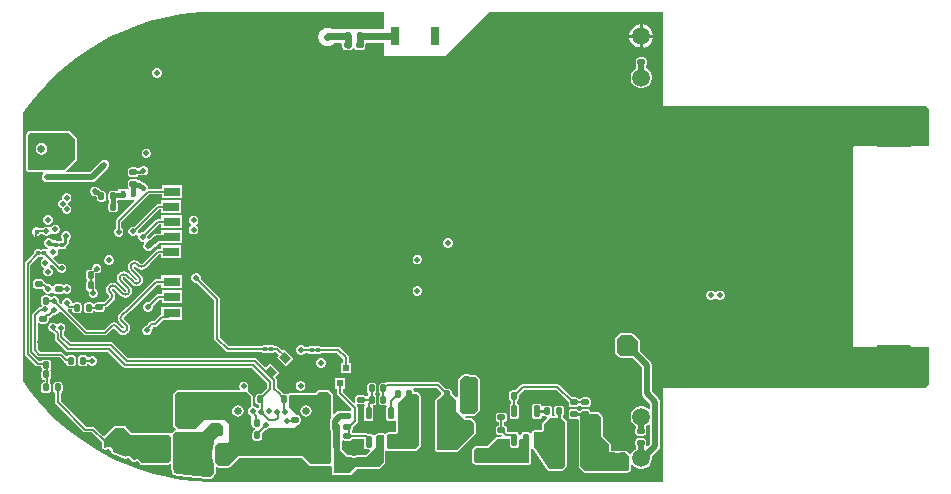
<source format=gtl>
G04*
G04 #@! TF.GenerationSoftware,Altium Limited,Altium Designer,22.2.1 (43)*
G04*
G04 Layer_Physical_Order=1*
G04 Layer_Color=255*
%FSLAX44Y44*%
%MOMM*%
G71*
G04*
G04 #@! TF.SameCoordinates,32B94617-2C73-494B-87D1-3967A9C4A560*
G04*
G04*
G04 #@! TF.FilePolarity,Positive*
G04*
G01*
G75*
%ADD10C,0.1270*%
G04:AMPARAMS|DCode=18|XSize=0.6mm|YSize=0.5mm|CornerRadius=0.1mm|HoleSize=0mm|Usage=FLASHONLY|Rotation=0.000|XOffset=0mm|YOffset=0mm|HoleType=Round|Shape=RoundedRectangle|*
%AMROUNDEDRECTD18*
21,1,0.6000,0.3000,0,0,0.0*
21,1,0.4000,0.5000,0,0,0.0*
1,1,0.2000,0.2000,-0.1500*
1,1,0.2000,-0.2000,-0.1500*
1,1,0.2000,-0.2000,0.1500*
1,1,0.2000,0.2000,0.1500*
%
%ADD18ROUNDEDRECTD18*%
%ADD19R,0.8000X1.4000*%
%ADD20R,1.4000X0.8000*%
G04:AMPARAMS|DCode=21|XSize=0.6mm|YSize=0.5mm|CornerRadius=0.1mm|HoleSize=0mm|Usage=FLASHONLY|Rotation=90.000|XOffset=0mm|YOffset=0mm|HoleType=Round|Shape=RoundedRectangle|*
%AMROUNDEDRECTD21*
21,1,0.6000,0.3000,0,0,90.0*
21,1,0.4000,0.5000,0,0,90.0*
1,1,0.2000,0.1500,0.2000*
1,1,0.2000,0.1500,-0.2000*
1,1,0.2000,-0.1500,-0.2000*
1,1,0.2000,-0.1500,0.2000*
%
%ADD21ROUNDEDRECTD21*%
%ADD25R,0.5001X0.6000*%
%ADD26R,0.8000X1.6000*%
G04:AMPARAMS|DCode=27|XSize=0.8mm|YSize=0.6mm|CornerRadius=0mm|HoleSize=0mm|Usage=FLASHONLY|Rotation=315.000|XOffset=0mm|YOffset=0mm|HoleType=Round|Shape=Rectangle|*
%AMROTATEDRECTD27*
4,1,4,-0.4950,0.0707,-0.0707,0.4950,0.4950,-0.0707,0.0707,-0.4950,-0.4950,0.0707,0.0*
%
%ADD27ROTATEDRECTD27*%

%ADD28R,0.3000X0.3000*%
G04:AMPARAMS|DCode=30|XSize=1mm|YSize=0.5mm|CornerRadius=0.0625mm|HoleSize=0mm|Usage=FLASHONLY|Rotation=270.000|XOffset=0mm|YOffset=0mm|HoleType=Round|Shape=RoundedRectangle|*
%AMROUNDEDRECTD30*
21,1,1.0000,0.3750,0,0,270.0*
21,1,0.8750,0.5000,0,0,270.0*
1,1,0.1250,-0.1875,-0.4375*
1,1,0.1250,-0.1875,0.4375*
1,1,0.1250,0.1875,0.4375*
1,1,0.1250,0.1875,-0.4375*
%
%ADD30ROUNDEDRECTD30*%
%ADD31R,0.4501X0.6000*%
%ADD32C,0.2032*%
%ADD56C,0.1524*%
G04:AMPARAMS|DCode=57|XSize=1.3mm|YSize=0.7mm|CornerRadius=0.14mm|HoleSize=0mm|Usage=FLASHONLY|Rotation=0.000|XOffset=0mm|YOffset=0mm|HoleType=Round|Shape=RoundedRectangle|*
%AMROUNDEDRECTD57*
21,1,1.3000,0.4200,0,0,0.0*
21,1,1.0200,0.7000,0,0,0.0*
1,1,0.2800,0.5100,-0.2100*
1,1,0.2800,-0.5100,-0.2100*
1,1,0.2800,-0.5100,0.2100*
1,1,0.2800,0.5100,0.2100*
%
%ADD57ROUNDEDRECTD57*%
G04:AMPARAMS|DCode=58|XSize=0.381mm|YSize=0.381mm|CornerRadius=0.0953mm|HoleSize=0mm|Usage=FLASHONLY|Rotation=180.000|XOffset=0mm|YOffset=0mm|HoleType=Round|Shape=RoundedRectangle|*
%AMROUNDEDRECTD58*
21,1,0.3810,0.1905,0,0,180.0*
21,1,0.1905,0.3810,0,0,180.0*
1,1,0.1905,-0.0953,0.0953*
1,1,0.1905,0.0953,0.0953*
1,1,0.1905,0.0953,-0.0953*
1,1,0.1905,-0.0953,-0.0953*
%
%ADD58ROUNDEDRECTD58*%
G04:AMPARAMS|DCode=59|XSize=0.9mm|YSize=0.6mm|CornerRadius=0.12mm|HoleSize=0mm|Usage=FLASHONLY|Rotation=180.000|XOffset=0mm|YOffset=0mm|HoleType=Round|Shape=RoundedRectangle|*
%AMROUNDEDRECTD59*
21,1,0.9000,0.3600,0,0,180.0*
21,1,0.6600,0.6000,0,0,180.0*
1,1,0.2400,-0.3300,0.1800*
1,1,0.2400,0.3300,0.1800*
1,1,0.2400,0.3300,-0.1800*
1,1,0.2400,-0.3300,-0.1800*
%
%ADD59ROUNDEDRECTD59*%
%ADD60R,1.1000X3.7000*%
G04:AMPARAMS|DCode=61|XSize=0.9mm|YSize=0.6mm|CornerRadius=0.12mm|HoleSize=0mm|Usage=FLASHONLY|Rotation=270.000|XOffset=0mm|YOffset=0mm|HoleType=Round|Shape=RoundedRectangle|*
%AMROUNDEDRECTD61*
21,1,0.9000,0.3600,0,0,270.0*
21,1,0.6600,0.6000,0,0,270.0*
1,1,0.2400,-0.1800,-0.3300*
1,1,0.2400,-0.1800,0.3300*
1,1,0.2400,0.1800,0.3300*
1,1,0.2400,0.1800,-0.3300*
%
%ADD61ROUNDEDRECTD61*%
G04:AMPARAMS|DCode=62|XSize=0.381mm|YSize=0.381mm|CornerRadius=0.0953mm|HoleSize=0mm|Usage=FLASHONLY|Rotation=270.000|XOffset=0mm|YOffset=0mm|HoleType=Round|Shape=RoundedRectangle|*
%AMROUNDEDRECTD62*
21,1,0.3810,0.1905,0,0,270.0*
21,1,0.1905,0.3810,0,0,270.0*
1,1,0.1905,-0.0953,-0.0953*
1,1,0.1905,-0.0953,0.0953*
1,1,0.1905,0.0953,0.0953*
1,1,0.1905,0.0953,-0.0953*
%
%ADD62ROUNDEDRECTD62*%
%ADD63C,0.5080*%
%ADD64C,0.3810*%
%ADD65C,0.2540*%
%ADD66C,0.5842*%
%ADD67R,0.1687X0.1326*%
%ADD68R,0.1326X0.1687*%
%ADD69C,1.5001*%
%ADD70C,2.5254*%
%ADD71C,4.5000*%
%ADD72O,1.0000X2.1001*%
%ADD73O,1.1001X1.7000*%
%ADD74C,0.6500*%
%ADD75C,0.5080*%
%ADD76C,0.6700*%
G36*
X475644Y248004D02*
X475802Y247211D01*
X476251Y246539D01*
X476923Y246090D01*
X477716Y245932D01*
X698222D01*
X700802Y243353D01*
X700802Y212009D01*
X685574D01*
X685056Y211457D01*
X657344Y211457D01*
X657344Y211457D01*
X656826Y212009D01*
X638590D01*
X637797Y211851D01*
X637125Y211402D01*
X636676Y210730D01*
X636518Y209937D01*
Y43736D01*
X636676Y42944D01*
X637125Y42271D01*
X637797Y41822D01*
X638590Y41665D01*
X655849D01*
X656718Y42791D01*
X657344Y43458D01*
X685056D01*
X685682Y42791D01*
X686552Y41665D01*
X700802D01*
Y10580D01*
X697757Y7536D01*
X477716Y7536D01*
X476923Y7378D01*
X476251Y6929D01*
X475802Y6257D01*
X475644Y5464D01*
Y-72214D01*
X97981Y-72214D01*
X97617Y-72287D01*
X97250Y-72347D01*
X96930Y-72468D01*
X91413D01*
X79646Y-71770D01*
X67940Y-70377D01*
X56338Y-68293D01*
X44879Y-65526D01*
X33604Y-62085D01*
X22553Y-57984D01*
X11763Y-53235D01*
X1274Y-47855D01*
X-8878Y-41864D01*
X-18658Y-35283D01*
X-28031Y-28133D01*
X-36964Y-20442D01*
X-45427Y-12236D01*
X-53388Y-3542D01*
X-60821Y5607D01*
X-66318Y13257D01*
Y239923D01*
X-61715Y246423D01*
X-54503Y255448D01*
X-46780Y264038D01*
X-38571Y272167D01*
X-29904Y279805D01*
X-20809Y286928D01*
X-11316Y293511D01*
X-1457Y299532D01*
X8734Y304971D01*
X19224Y309810D01*
X29978Y314031D01*
X40958Y317622D01*
X52127Y320570D01*
X63449Y322865D01*
X74886Y324499D01*
X86397Y325466D01*
X92172Y325616D01*
X92331Y325652D01*
X92493Y325649D01*
X92671Y325682D01*
X239529D01*
X239529Y310890D01*
X195977Y310889D01*
X195352Y311307D01*
X193966Y311881D01*
X192494Y312174D01*
X190993D01*
X189520Y311881D01*
X188134Y311307D01*
X186886Y310473D01*
X185824Y309412D01*
X184990Y308163D01*
X184416Y306777D01*
X184123Y305305D01*
Y303804D01*
X184416Y302331D01*
X184990Y300945D01*
X185824Y299697D01*
X186886Y298635D01*
X188134Y297801D01*
X189520Y297227D01*
X190993Y296934D01*
X192494D01*
X193966Y297227D01*
X195352Y297801D01*
X196601Y298635D01*
X197297Y299332D01*
X203140D01*
X203309Y299271D01*
X204349Y298062D01*
Y295901D01*
X204545Y294916D01*
X205102Y294081D01*
X205937Y293523D01*
X206922Y293327D01*
X210922D01*
X211907Y293523D01*
X212742Y294081D01*
X213261Y294858D01*
X213665Y294916D01*
X214179D01*
X214583Y294858D01*
X215102Y294081D01*
X215937Y293523D01*
X216922Y293327D01*
X220922D01*
X221907Y293523D01*
X222742Y294081D01*
X223300Y294916D01*
X223496Y295901D01*
Y298901D01*
X224705Y299332D01*
X239430D01*
X239430Y299332D01*
X239529Y298103D01*
X239529Y288596D01*
X291726Y288596D01*
X328812Y325682D01*
X475644D01*
Y248004D01*
D02*
G37*
%LPC*%
G36*
X458805Y315226D02*
X458754D01*
Y306455D01*
X467524D01*
Y306507D01*
X466840Y309061D01*
X465518Y311350D01*
X463649Y313220D01*
X461359Y314542D01*
X458805Y315226D01*
D02*
G37*
G36*
X456213D02*
X456162D01*
X453608Y314542D01*
X451318Y313220D01*
X449449Y311350D01*
X448127Y309061D01*
X447443Y306507D01*
Y306455D01*
X456213D01*
Y315226D01*
D02*
G37*
G36*
X467524Y303915D02*
X458754D01*
Y295145D01*
X458805D01*
X461359Y295829D01*
X463649Y297151D01*
X465518Y299020D01*
X466840Y301310D01*
X467524Y303864D01*
Y303915D01*
D02*
G37*
G36*
X456213D02*
X447443D01*
Y303864D01*
X448127Y301310D01*
X449449Y299020D01*
X451318Y297151D01*
X453608Y295829D01*
X456162Y295145D01*
X456213D01*
Y303915D01*
D02*
G37*
G36*
X48090Y278216D02*
X46473D01*
X44980Y277597D01*
X43836Y276454D01*
X43218Y274960D01*
Y273343D01*
X43836Y271849D01*
X44980Y270706D01*
X46473Y270088D01*
X48090D01*
X49584Y270706D01*
X50727Y271849D01*
X51346Y273343D01*
Y274960D01*
X50727Y276454D01*
X49584Y277597D01*
X48090Y278216D01*
D02*
G37*
G36*
X457080Y287216D02*
X456830D01*
X456502Y287151D01*
X455410D01*
X454425Y286956D01*
X453590Y286398D01*
X453032Y285563D01*
X452836Y284578D01*
Y283829D01*
X452686Y283073D01*
X452836Y282317D01*
Y281578D01*
X452976Y280875D01*
Y278003D01*
X451942Y277406D01*
X450262Y275725D01*
X449074Y273668D01*
X448459Y271372D01*
Y268996D01*
X449074Y266701D01*
X450262Y264643D01*
X451942Y262963D01*
X454000Y261775D01*
X456295Y261160D01*
X458672D01*
X460967Y261775D01*
X463025Y262963D01*
X464705Y264643D01*
X465893Y266701D01*
X466508Y268996D01*
Y271372D01*
X465893Y273668D01*
X464705Y275725D01*
X463025Y277406D01*
X461263Y278423D01*
Y279809D01*
X461787Y280593D01*
X461983Y281578D01*
Y284578D01*
X461787Y285563D01*
X461230Y286398D01*
X460395Y286956D01*
X459410Y287151D01*
X457407D01*
X457080Y287216D01*
D02*
G37*
G36*
X39179Y209985D02*
X37562D01*
X36069Y209366D01*
X34925Y208223D01*
X34307Y206729D01*
Y205113D01*
X34925Y203619D01*
X36069Y202476D01*
X37562Y201857D01*
X39179D01*
X40673Y202476D01*
X41816Y203619D01*
X42435Y205113D01*
Y206729D01*
X41816Y208223D01*
X40673Y209366D01*
X39179Y209985D01*
D02*
G37*
G36*
X36758Y195412D02*
X35142D01*
X33648Y194793D01*
X32564Y193709D01*
X32459Y193643D01*
X31483Y193490D01*
X31082Y193534D01*
X30377Y194005D01*
X29392Y194201D01*
X25392D01*
X24407Y194005D01*
X23573Y193447D01*
X23015Y192612D01*
X22819Y191628D01*
Y188628D01*
X23015Y187643D01*
X23573Y186808D01*
X24407Y186250D01*
X25392Y186054D01*
X29392D01*
X30377Y186250D01*
X31212Y186808D01*
X31527Y187279D01*
X34043D01*
X34043Y187279D01*
X34793Y187428D01*
X35142Y187284D01*
X36758D01*
X38252Y187902D01*
X39395Y189046D01*
X40014Y190539D01*
Y192156D01*
X39395Y193650D01*
X38252Y194793D01*
X36758Y195412D01*
D02*
G37*
G36*
X-27458Y225107D02*
X-60343D01*
X-61509Y224624D01*
X-63053Y223080D01*
X-63537Y221914D01*
X-63537Y191647D01*
X-63053Y190480D01*
X-61887Y189997D01*
X-49091D01*
X-48757Y189457D01*
X-48644Y188727D01*
X-48744Y188661D01*
X-48970Y188321D01*
X-49259Y188033D01*
X-49415Y187656D01*
X-49642Y187316D01*
X-49721Y186916D01*
X-49878Y186539D01*
Y186131D01*
X-49957Y185731D01*
X-49878Y185331D01*
Y184922D01*
X-49721Y184545D01*
X-49642Y184145D01*
X-49415Y183806D01*
X-49259Y183429D01*
X-48970Y183140D01*
X-48744Y182801D01*
X-48404Y182574D01*
X-48116Y182285D01*
X-47739Y182129D01*
X-47399Y181903D01*
X-46999Y181823D01*
X-46622Y181667D01*
X-46214D01*
X-45814Y181587D01*
X-7876D01*
X-6291Y181903D01*
X-4946Y182801D01*
X5705Y193452D01*
X5932Y193791D01*
X6220Y194080D01*
X6376Y194457D01*
X6603Y194796D01*
X6683Y195196D01*
X6839Y195574D01*
Y195982D01*
X6919Y196382D01*
X6839Y196782D01*
Y197190D01*
X6683Y197567D01*
X6603Y197968D01*
X6376Y198307D01*
X6220Y198684D01*
X5932Y198973D01*
X5705Y199312D01*
X5366Y199539D01*
X5077Y199827D01*
X4700Y199983D01*
X4361Y200210D01*
X3960Y200290D01*
X3583Y200446D01*
X3175D01*
X2775Y200526D01*
X2375Y200446D01*
X1966D01*
X1590Y200290D01*
X1189Y200210D01*
X850Y199983D01*
X473Y199827D01*
X184Y199539D01*
X-155Y199312D01*
X-9593Y189874D01*
X-29136D01*
X-29662Y191144D01*
X-20687Y200120D01*
X-20204Y201286D01*
Y217853D01*
X-20687Y219020D01*
X-26291Y224624D01*
X-27458Y225107D01*
D02*
G37*
G36*
X29392Y184201D02*
X25392D01*
X24407Y184005D01*
X23573Y183447D01*
X23015Y182612D01*
X22819Y181628D01*
Y178628D01*
X23015Y177643D01*
X23469Y176963D01*
X23293Y175693D01*
X22343D01*
X22023Y175693D01*
X14794D01*
Y173895D01*
X12940D01*
X12775Y174005D01*
X11790Y174201D01*
X8790D01*
X7805Y174005D01*
X6970Y173447D01*
X6413Y172612D01*
X6217Y171628D01*
Y167628D01*
X6413Y166643D01*
X6794Y166072D01*
Y164382D01*
X6413Y163811D01*
X6217Y162826D01*
Y158826D01*
X6413Y157841D01*
X6970Y157006D01*
X7805Y156448D01*
X8790Y156253D01*
X11790D01*
X12775Y156448D01*
X13610Y157006D01*
X14168Y157841D01*
X14363Y158826D01*
Y162826D01*
X14168Y163811D01*
X13786Y164382D01*
Y166013D01*
X14794Y166646D01*
X22023D01*
X22343Y166646D01*
X23293D01*
X23613Y166646D01*
X27708D01*
X28194Y165472D01*
X13318Y150596D01*
X12813Y149840D01*
X12635Y148948D01*
Y142870D01*
X11521Y141755D01*
X10902Y140261D01*
Y138645D01*
X11521Y137151D01*
X12664Y136008D01*
X14158Y135389D01*
X15775D01*
X17268Y136008D01*
X18412Y137151D01*
X19030Y138645D01*
Y140261D01*
X18412Y141755D01*
X17297Y142870D01*
Y147983D01*
X40560Y171245D01*
X51406D01*
Y168051D01*
X68454D01*
Y179099D01*
X51406D01*
Y175907D01*
X39792D01*
Y177421D01*
X39173Y178914D01*
X38030Y180058D01*
X36536Y180676D01*
X36265D01*
X34936Y182005D01*
X33802Y182763D01*
X32464Y183029D01*
X31492D01*
X31212Y183447D01*
X30377Y184005D01*
X29392Y184201D01*
D02*
G37*
G36*
X-4494Y177790D02*
X-6111D01*
X-7604Y177171D01*
X-8748Y176028D01*
X-9366Y174534D01*
Y172918D01*
X-8748Y171424D01*
X-7604Y170281D01*
X-6111Y169662D01*
X-4494D01*
X-3783Y168587D01*
Y167628D01*
X-3587Y166643D01*
X-3030Y165808D01*
X-2195Y165250D01*
X-1210Y165054D01*
X1790D01*
X2775Y165250D01*
X3610Y165808D01*
X4168Y166643D01*
X4364Y167628D01*
Y171628D01*
X4168Y172612D01*
X3610Y173447D01*
X2775Y174005D01*
X1790Y174201D01*
X1161D01*
X-593Y175955D01*
X-1727Y176713D01*
X-2744Y176915D01*
X-3000Y177171D01*
X-4494Y177790D01*
D02*
G37*
G36*
X68154Y166349D02*
X51106D01*
Y163157D01*
X48464D01*
X47572Y162979D01*
X46816Y162474D01*
X28272Y143930D01*
X28148Y143982D01*
X26531D01*
X25037Y143363D01*
X23894Y142220D01*
X23275Y140726D01*
Y139109D01*
X23894Y137616D01*
X25037Y136472D01*
X26531Y135854D01*
X28148D01*
X29642Y136472D01*
X30051Y136882D01*
X31074Y136249D01*
X31145Y136180D01*
Y134588D01*
X31764Y133094D01*
X32907Y131951D01*
X34401Y131332D01*
X35984D01*
X36113Y131206D01*
X36813Y130287D01*
X36207Y129380D01*
X35991Y128294D01*
X35971Y128246D01*
Y128195D01*
X35892Y127794D01*
Y127438D01*
X35971Y127037D01*
Y126629D01*
X36127Y126252D01*
X36207Y125852D01*
X36434Y125513D01*
X36590Y125135D01*
X36878Y124847D01*
X37105Y124508D01*
X37445Y124281D01*
X37733Y123992D01*
X38110Y123836D01*
X38449Y123609D01*
X38850Y123530D01*
X39227Y123374D01*
X39635D01*
X40035Y123294D01*
X40436Y123374D01*
X40844D01*
X41221Y123530D01*
X41621Y123609D01*
X41960Y123836D01*
X42337Y123992D01*
X42626Y124281D01*
X42965Y124508D01*
X43192Y124847D01*
X43481Y125135D01*
X43637Y125513D01*
X43683Y125582D01*
X44926Y126825D01*
X45513Y126942D01*
X46858Y127840D01*
X48810Y129792D01*
X58256D01*
X58651Y129871D01*
X68244D01*
Y140919D01*
X51196D01*
Y138080D01*
X47094D01*
X45508Y137764D01*
X44164Y136866D01*
X42013Y134715D01*
X41425Y134598D01*
X40356Y133884D01*
X39367Y134527D01*
X39273Y134635D01*
Y136164D01*
X48865Y145755D01*
X51196D01*
Y142561D01*
X68244D01*
Y153609D01*
X51196D01*
Y150417D01*
X47899D01*
X47007Y150239D01*
X46251Y149734D01*
X35977Y139460D01*
X34401D01*
X32907Y138841D01*
X32497Y138432D01*
X31475Y139065D01*
X31404Y139134D01*
Y140470D01*
X49429Y158495D01*
X51106D01*
Y155301D01*
X68154D01*
Y166349D01*
D02*
G37*
G36*
X-28294Y172155D02*
X-29911D01*
X-31405Y171537D01*
X-32548Y170393D01*
X-33167Y168900D01*
Y167283D01*
X-33162Y167271D01*
X-34243Y166823D01*
X-35387Y165680D01*
X-36005Y164186D01*
Y162570D01*
X-35387Y161076D01*
X-34243Y159933D01*
X-33077Y159450D01*
X-33124Y159335D01*
Y157719D01*
X-32505Y156225D01*
X-31362Y155082D01*
X-29868Y154463D01*
X-28252D01*
X-26758Y155082D01*
X-25615Y156225D01*
X-24996Y157719D01*
Y159335D01*
X-25615Y160829D01*
X-26758Y161972D01*
X-27924Y162456D01*
X-27877Y162570D01*
Y164186D01*
X-27882Y164198D01*
X-26801Y164646D01*
X-25657Y165789D01*
X-25039Y167283D01*
Y168900D01*
X-25657Y170393D01*
X-26801Y171537D01*
X-28294Y172155D01*
D02*
G37*
G36*
X-43935Y153874D02*
X-45552D01*
X-47046Y153255D01*
X-48189Y152112D01*
X-48808Y150618D01*
Y149001D01*
X-48189Y147507D01*
X-47046Y146364D01*
X-45552Y145746D01*
X-43935D01*
X-42442Y146364D01*
X-41298Y147507D01*
X-40680Y149001D01*
Y150618D01*
X-41298Y152112D01*
X-42442Y153255D01*
X-43935Y153874D01*
D02*
G37*
G36*
X-37927Y145640D02*
X-39543D01*
X-41037Y145021D01*
X-42180Y143878D01*
X-42288Y143617D01*
X-43787Y143319D01*
X-43867Y143399D01*
X-45360Y144018D01*
X-46977D01*
X-48471Y143399D01*
X-49326Y142544D01*
X-51919D01*
X-52656Y143036D01*
X-53623Y143228D01*
X-55528D01*
X-56494Y143036D01*
X-57313Y142489D01*
X-57860Y141670D01*
X-58053Y140703D01*
Y138798D01*
X-57860Y137832D01*
X-57313Y137013D01*
X-56922Y136752D01*
Y136339D01*
X-56439Y135172D01*
X-55273Y134689D01*
X-53946D01*
X-52780Y135172D01*
X-52297Y136339D01*
Y136706D01*
X-51837Y137013D01*
X-51603Y137364D01*
X-49326D01*
X-48471Y136509D01*
X-46977Y135890D01*
X-45360D01*
X-43867Y136509D01*
X-42723Y137652D01*
X-42615Y137913D01*
X-41117Y138210D01*
X-41037Y138130D01*
X-39543Y137512D01*
X-37927D01*
X-36433Y138130D01*
X-35290Y139274D01*
X-34671Y140767D01*
Y142384D01*
X-35290Y143878D01*
X-36433Y145021D01*
X-37927Y145640D01*
D02*
G37*
G36*
X79174Y153342D02*
X77558D01*
X76064Y152724D01*
X74921Y151580D01*
X74302Y150087D01*
Y148470D01*
X74921Y146976D01*
X75822Y146075D01*
X75966Y145317D01*
X75822Y144559D01*
X74921Y143658D01*
X74302Y142164D01*
Y140548D01*
X74921Y139054D01*
X76064Y137911D01*
X77558Y137292D01*
X79174D01*
X80668Y137911D01*
X81811Y139054D01*
X82430Y140548D01*
Y142164D01*
X81811Y143658D01*
X80911Y144559D01*
X80766Y145317D01*
X80911Y146075D01*
X81811Y146976D01*
X82430Y148470D01*
Y150087D01*
X81811Y151580D01*
X80668Y152724D01*
X79174Y153342D01*
D02*
G37*
G36*
X-28819Y139841D02*
X-30436D01*
X-31930Y139223D01*
X-33073Y138079D01*
X-33691Y136586D01*
Y134969D01*
X-33073Y133475D01*
X-33030Y133433D01*
Y132123D01*
X-33295Y131858D01*
X-33696D01*
X-34663Y131666D01*
X-35276Y131257D01*
X-35889Y131666D01*
X-36855Y131858D01*
X-37365D01*
X-37963Y132258D01*
X-39053Y132475D01*
X-39053Y132475D01*
X-40956D01*
X-42039Y133557D01*
X-43532Y134176D01*
X-45149D01*
X-46643Y133557D01*
X-47786Y132414D01*
X-48405Y130920D01*
Y129304D01*
X-47786Y127810D01*
X-46643Y126667D01*
X-45227Y126080D01*
X-45133Y126018D01*
X-44551Y124899D01*
X-44588Y124879D01*
X-45917Y124675D01*
X-46302Y124932D01*
X-47268Y125124D01*
X-49173D01*
X-50140Y124932D01*
X-50753Y124522D01*
X-51366Y124932D01*
X-52332Y125124D01*
X-54237D01*
X-55203Y124932D01*
X-56023Y124385D01*
X-56570Y123566D01*
X-56762Y122599D01*
Y121466D01*
X-63858Y114369D01*
X-64363Y113613D01*
X-64541Y112721D01*
Y36436D01*
X-64363Y35544D01*
X-63858Y34788D01*
X-55367Y26297D01*
X-54611Y25792D01*
X-53719Y25615D01*
X-50416D01*
Y24856D01*
X-50221Y23871D01*
X-49663Y23036D01*
X-50191Y21862D01*
X-50220Y21818D01*
X-50416Y20833D01*
Y16833D01*
X-50220Y15848D01*
X-49663Y15013D01*
X-48828Y14455D01*
X-47843Y14259D01*
X-47747D01*
Y12437D01*
X-48004D01*
X-48989Y12241D01*
X-49824Y11684D01*
X-50381Y10849D01*
X-50577Y9864D01*
Y5864D01*
X-50381Y4879D01*
X-49824Y4044D01*
X-48989Y3486D01*
X-48004Y3290D01*
X-45004D01*
X-44019Y3486D01*
X-43184Y4044D01*
X-42626Y4879D01*
X-42431Y5864D01*
Y9864D01*
X-42626Y10849D01*
X-43086Y11536D01*
Y14971D01*
X-43023Y15013D01*
X-42465Y15848D01*
X-42269Y16833D01*
Y20833D01*
X-42465Y21818D01*
X-42527Y21909D01*
X-42939Y22844D01*
X-42527Y23779D01*
X-42466Y23871D01*
X-42270Y24856D01*
Y28856D01*
X-42466Y29841D01*
X-43023Y30676D01*
X-43858Y31233D01*
X-44843Y31429D01*
X-47843D01*
X-48828Y31233D01*
X-49663Y30676D01*
X-49930Y30276D01*
X-52754D01*
X-59879Y37401D01*
Y111756D01*
X-53466Y118169D01*
X-52332D01*
X-51366Y118362D01*
X-50753Y118771D01*
X-50140Y118362D01*
X-49173Y118169D01*
X-49066D01*
X-48813Y116899D01*
X-49285Y116704D01*
X-50428Y115561D01*
X-51047Y114067D01*
Y112450D01*
X-50428Y110956D01*
X-49285Y109813D01*
X-48692Y109568D01*
X-48366Y108098D01*
X-48985Y106604D01*
Y104987D01*
X-48366Y103494D01*
X-47223Y102351D01*
X-45729Y101732D01*
X-44112D01*
X-42619Y102351D01*
X-41475Y103494D01*
X-40857Y104987D01*
Y106604D01*
X-41475Y108098D01*
X-42619Y109241D01*
X-43211Y109487D01*
X-43538Y110956D01*
X-43206Y111756D01*
X-41746Y112091D01*
X-37429Y107775D01*
X-36828Y106324D01*
X-35685Y105181D01*
X-34191Y104562D01*
X-32574D01*
X-31081Y105181D01*
X-29937Y106324D01*
X-29319Y107818D01*
Y109434D01*
X-29937Y110928D01*
X-31081Y112071D01*
X-32574Y112690D01*
X-34191D01*
X-35295Y112233D01*
X-40257Y117196D01*
X-39731Y118466D01*
X-39444D01*
X-37950Y119084D01*
X-36807Y120227D01*
X-36188Y121721D01*
Y123338D01*
X-36342Y123710D01*
X-36061Y124569D01*
X-34715Y125130D01*
X-34663Y125096D01*
X-33696Y124903D01*
X-31791D01*
X-30825Y125096D01*
X-30006Y125643D01*
X-29458Y126462D01*
X-29266Y127428D01*
Y127830D01*
X-28099Y128997D01*
X-28099Y128997D01*
X-27482Y129921D01*
X-27265Y131011D01*
Y132393D01*
X-26182Y133475D01*
X-25563Y134969D01*
Y136586D01*
X-26182Y138079D01*
X-27325Y139223D01*
X-28819Y139841D01*
D02*
G37*
G36*
X294748Y134008D02*
X293132D01*
X291638Y133390D01*
X290495Y132246D01*
X289876Y130753D01*
Y129136D01*
X290495Y127642D01*
X291638Y126499D01*
X293132Y125880D01*
X294748D01*
X296242Y126499D01*
X297385Y127642D01*
X298004Y129136D01*
Y130753D01*
X297385Y132246D01*
X296242Y133390D01*
X294748Y134008D01*
D02*
G37*
G36*
X68154Y128229D02*
X51106D01*
Y125037D01*
X48464D01*
X47572Y124859D01*
X46815Y124354D01*
X38133Y115672D01*
X38133Y115672D01*
X35012Y112551D01*
X35006Y112557D01*
X34325Y112275D01*
X33661Y112551D01*
X33650Y112540D01*
X32235Y113910D01*
X32234Y113976D01*
Y113976D01*
X30464Y115159D01*
X28284Y115592D01*
X26103Y115159D01*
X24255Y113924D01*
X24202Y113845D01*
X24202Y113845D01*
X23020Y112075D01*
X22586Y109895D01*
X23020Y107715D01*
X24255Y105866D01*
X24334Y105814D01*
X25279Y104964D01*
X30678Y99738D01*
X30668Y99727D01*
X30683Y99721D01*
X30724Y99624D01*
X30690Y98376D01*
X29438Y98312D01*
X29338Y98354D01*
X29327Y98343D01*
X23049Y104419D01*
X23048Y104485D01*
Y104485D01*
X21278Y105668D01*
X19098Y106102D01*
X16918Y105668D01*
X15069Y104433D01*
X15016Y104354D01*
X15016Y104354D01*
X13834Y102584D01*
X13400Y100404D01*
X13834Y98224D01*
X15069Y96375D01*
X15148Y96323D01*
X16079Y95487D01*
X21482Y90258D01*
X21482Y90237D01*
Y90236D01*
X21506Y88969D01*
X21504Y88885D01*
X20253Y88821D01*
X20152Y88863D01*
X20142Y88852D01*
X14742Y94078D01*
X13862Y94994D01*
X13862Y94994D01*
X12093Y96177D01*
X9912Y96611D01*
X7732Y96177D01*
X5884Y94942D01*
X5831Y94863D01*
X5831Y94863D01*
X4649Y93094D01*
X4215Y90913D01*
X4649Y88733D01*
X5883Y86884D01*
X5962Y86832D01*
X6894Y85996D01*
X6968Y85924D01*
X6968Y85903D01*
X7032Y84652D01*
X6984Y84535D01*
X6990Y84529D01*
X2643Y80182D01*
X1352D01*
X460Y80004D01*
X67Y79741D01*
X-3460D01*
X-4444Y79545D01*
X-5279Y78988D01*
X-5431Y78760D01*
X-6900Y78822D01*
X-7088Y79103D01*
X-7922Y79661D01*
X-8907Y79856D01*
X-11907D01*
X-12892Y79661D01*
X-13727Y79103D01*
X-14285Y78268D01*
X-14481Y77283D01*
Y73283D01*
X-14285Y72298D01*
X-13727Y71463D01*
X-12892Y70905D01*
X-11907Y70710D01*
X-8907D01*
X-7922Y70905D01*
X-7088Y71463D01*
X-6651Y72116D01*
X-5617Y72335D01*
X-5279Y72348D01*
X-4444Y71790D01*
X-3460Y71594D01*
X540D01*
X1525Y71790D01*
X2360Y72348D01*
X2918Y73183D01*
X3114Y74168D01*
Y75520D01*
X3608D01*
X4500Y75697D01*
X5256Y76203D01*
X8618Y79564D01*
X10286Y81233D01*
X10332Y81187D01*
X11567Y83035D01*
X12001Y85216D01*
X11567Y87396D01*
X10332Y89244D01*
X10253Y89297D01*
X10221Y89263D01*
X9237Y90215D01*
X9247Y90226D01*
X9232Y90233D01*
X9192Y90330D01*
X9225Y91578D01*
X10405Y91671D01*
X10577Y91600D01*
X10588Y91611D01*
X16900Y85502D01*
X16867Y85468D01*
X18637Y84286D01*
X20817Y83852D01*
X22998Y84286D01*
X24846Y85521D01*
X24898Y85599D01*
Y85599D01*
X26081Y87369D01*
X26515Y89550D01*
X26081Y91730D01*
X24846Y93578D01*
X24767Y93631D01*
X24734Y93597D01*
X18422Y99706D01*
X18433Y99717D01*
X18418Y99724D01*
X18377Y99820D01*
X18411Y101069D01*
X19591Y101162D01*
X19763Y101091D01*
X19773Y101102D01*
X26085Y94993D01*
X26053Y94959D01*
X27822Y93777D01*
X30003Y93343D01*
X32183Y93777D01*
X34032Y95012D01*
X34084Y95090D01*
X35267Y96860D01*
X35700Y99040D01*
X35267Y101221D01*
X34032Y103069D01*
X33953Y103122D01*
X33022Y103958D01*
X28451Y108381D01*
X27619Y109208D01*
X27616Y109318D01*
X27988Y109883D01*
X29546Y110025D01*
X30374Y109223D01*
X30375Y109156D01*
Y109156D01*
X32145Y107974D01*
X34325Y107540D01*
X36506Y107974D01*
X38354Y109209D01*
X38308Y109255D01*
X41430Y112376D01*
X41430Y112376D01*
X49429Y120375D01*
X51106D01*
Y117181D01*
X68154D01*
Y128229D01*
D02*
G37*
G36*
X268663Y120144D02*
X267047D01*
X265553Y119525D01*
X264410Y118382D01*
X263791Y116889D01*
Y115272D01*
X264410Y113778D01*
X265553Y112635D01*
X267047Y112016D01*
X268663D01*
X270157Y112635D01*
X271300Y113778D01*
X271919Y115272D01*
Y116889D01*
X271300Y118382D01*
X270157Y119525D01*
X268663Y120144D01*
D02*
G37*
G36*
X7448Y119537D02*
X5831D01*
X4337Y118918D01*
X3194Y117775D01*
X2576Y116281D01*
Y114665D01*
X3194Y113171D01*
X4337Y112028D01*
X5831Y111409D01*
X7448D01*
X8942Y112028D01*
X10085Y113171D01*
X10704Y114665D01*
Y116281D01*
X10085Y117775D01*
X8942Y118918D01*
X7448Y119537D01*
D02*
G37*
G36*
X68274Y102779D02*
X51226D01*
Y99585D01*
X46418D01*
X45526Y99408D01*
X44770Y98902D01*
X21846Y75978D01*
X21846Y75978D01*
X15430Y69562D01*
X15398Y69594D01*
X14382Y68073D01*
X14025Y66280D01*
X14382Y64486D01*
X15398Y62965D01*
X15427Y62945D01*
X16359Y62081D01*
X19411Y59075D01*
X19051Y58187D01*
X17719Y58014D01*
X14032Y61647D01*
X14059Y61675D01*
X12568Y62671D01*
X10774Y63028D01*
X8980Y62671D01*
X7459Y61655D01*
X7491Y61623D01*
X7491Y61623D01*
X2503Y56635D01*
X-12066D01*
X-28186Y72756D01*
X-27691Y73923D01*
X-27612Y73978D01*
X-26793Y73815D01*
X-24481D01*
Y73283D01*
X-24285Y72298D01*
X-23727Y71463D01*
X-22892Y70905D01*
X-21907Y70710D01*
X-18907D01*
X-17922Y70905D01*
X-17088Y71463D01*
X-16530Y72298D01*
X-16334Y73283D01*
Y77283D01*
X-16530Y78268D01*
X-17088Y79103D01*
X-17922Y79661D01*
X-18907Y79856D01*
X-21907D01*
X-22892Y79661D01*
X-23565Y79211D01*
X-24244Y79395D01*
X-24835Y79730D01*
Y80410D01*
X-25454Y81904D01*
X-26597Y83047D01*
X-28091Y83666D01*
X-29707D01*
X-31201Y83047D01*
X-32344Y81904D01*
X-32963Y80410D01*
Y79329D01*
X-34233Y78803D01*
X-35824Y80394D01*
Y81915D01*
X-36443Y83408D01*
X-37586Y84551D01*
X-39080Y85170D01*
X-40697D01*
X-41766Y84727D01*
X-42191Y84551D01*
X-43310Y84926D01*
X-44145Y85484D01*
X-45130Y85680D01*
X-48130D01*
X-49115Y85484D01*
X-49949Y84926D01*
X-50507Y84091D01*
X-50703Y83106D01*
Y79106D01*
X-50507Y78121D01*
X-49949Y77287D01*
X-49917Y76952D01*
X-50808Y75935D01*
X-51809D01*
X-52701Y75757D01*
X-53457Y75252D01*
X-57731Y70978D01*
X-58237Y70222D01*
X-58414Y69330D01*
Y39344D01*
X-58237Y38452D01*
X-57731Y37696D01*
X-53995Y33959D01*
X-53239Y33454D01*
X-52347Y33277D01*
X-34938D01*
X-30948Y29287D01*
X-30192Y28782D01*
X-29480Y28641D01*
Y28506D01*
X-29285Y27521D01*
X-28727Y26686D01*
X-27892Y26128D01*
X-26907Y25932D01*
X-23907D01*
X-22922Y26128D01*
X-22087Y26686D01*
X-21529Y27521D01*
X-21333Y28506D01*
Y32506D01*
X-21529Y33491D01*
X-22087Y34325D01*
X-22922Y34883D01*
X-23907Y35079D01*
X-26907D01*
X-27892Y34883D01*
X-28727Y34325D01*
X-29334Y34266D01*
X-32324Y37255D01*
X-33080Y37761D01*
X-33972Y37938D01*
X-51382D01*
X-53752Y40309D01*
Y61892D01*
X-53595Y62025D01*
X-52482Y62455D01*
X-51985Y62122D01*
X-51000Y61926D01*
X-47000D01*
X-46015Y62122D01*
X-45180Y62680D01*
X-44622Y63515D01*
X-44427Y64500D01*
Y66648D01*
X-44358Y66717D01*
X-43693D01*
X-42801Y66894D01*
X-42045Y67400D01*
X-40167Y69277D01*
X-38591D01*
X-37097Y69896D01*
X-35954Y71039D01*
X-35633Y71814D01*
X-34162Y72139D01*
X-14679Y52656D01*
X-13923Y52151D01*
X-13031Y51974D01*
X3469D01*
X4361Y52151D01*
X5117Y52656D01*
X10715Y58255D01*
X10774Y58231D01*
X10833Y58255D01*
X14661Y54484D01*
X15538Y53565D01*
X15538Y53565D01*
X17030Y52568D01*
X18823Y52212D01*
X20617Y52568D01*
X22138Y53584D01*
X22158Y53614D01*
X22641Y54135D01*
X23548Y55025D01*
X23548Y55025D01*
X24545Y56516D01*
X24901Y58310D01*
X24545Y60104D01*
X23529Y61625D01*
X23499Y61645D01*
X23472Y61617D01*
X19623Y65409D01*
X19617Y67156D01*
X25143Y72682D01*
X25143Y72682D01*
X47384Y94923D01*
X51226D01*
Y91731D01*
X68274D01*
Y102779D01*
D02*
G37*
G36*
X524849Y89835D02*
X523232D01*
X521738Y89217D01*
X521102Y88581D01*
X520273Y88215D01*
X519443Y88581D01*
X518808Y89217D01*
X517314Y89835D01*
X515697D01*
X514203Y89217D01*
X513060Y88074D01*
X512442Y86580D01*
Y84963D01*
X513060Y83469D01*
X514203Y82326D01*
X515697Y81707D01*
X517314D01*
X518808Y82326D01*
X519443Y82962D01*
X520273Y83327D01*
X521102Y82962D01*
X521738Y82326D01*
X523232Y81707D01*
X524849D01*
X526342Y82326D01*
X527485Y83469D01*
X528104Y84963D01*
Y86580D01*
X527485Y88074D01*
X526342Y89217D01*
X524849Y89835D01*
D02*
G37*
G36*
X-50809Y99566D02*
X-54809D01*
X-55794Y99371D01*
X-56629Y98813D01*
X-57187Y97978D01*
X-57382Y96993D01*
Y93993D01*
X-57187Y93008D01*
X-56629Y92173D01*
X-55794Y91615D01*
X-54809Y91420D01*
X-50809D01*
X-50154Y91550D01*
X-49181Y91000D01*
X-48884Y90716D01*
Y90542D01*
X-48265Y89049D01*
X-47122Y87906D01*
X-45628Y87287D01*
X-44012D01*
X-42518Y87906D01*
X-41617Y88806D01*
X-40553Y88692D01*
X-40547Y88691D01*
X-40216Y88548D01*
X-39736Y87829D01*
X-38901Y87271D01*
X-37916Y87076D01*
X-33916D01*
X-32931Y87271D01*
X-32097Y87829D01*
X-32093Y87835D01*
X-31381Y87906D01*
X-29887Y87287D01*
X-28270D01*
X-26776Y87906D01*
X-25633Y89049D01*
X-25015Y90542D01*
Y92159D01*
X-25633Y93653D01*
X-26776Y94796D01*
X-28270Y95415D01*
X-29887D01*
X-31381Y94796D01*
X-31743Y94434D01*
X-32097Y94469D01*
X-32931Y95027D01*
X-33916Y95223D01*
X-37916D01*
X-38901Y95027D01*
X-39736Y94469D01*
X-40108Y93913D01*
X-40724Y93786D01*
X-41135Y93764D01*
X-41550Y93828D01*
X-42518Y94796D01*
X-44012Y95415D01*
X-45588D01*
X-46768Y96595D01*
X-47524Y97100D01*
X-48287Y97252D01*
X-48432Y97978D01*
X-48989Y98813D01*
X-49824Y99371D01*
X-50809Y99566D01*
D02*
G37*
G36*
X268663Y93444D02*
X267047D01*
X265553Y92825D01*
X264410Y91682D01*
X263791Y90188D01*
Y88571D01*
X264410Y87078D01*
X265553Y85934D01*
X267047Y85316D01*
X268663D01*
X270157Y85934D01*
X271300Y87078D01*
X271919Y88571D01*
Y90188D01*
X271300Y91682D01*
X270157Y92825D01*
X268663Y93444D01*
D02*
G37*
G36*
X-2907Y112522D02*
X-4524D01*
X-6017Y111903D01*
X-7161Y110760D01*
X-7779Y109266D01*
Y107727D01*
X-7910Y107596D01*
X-10225D01*
X-11210Y107400D01*
X-12045Y106842D01*
X-12602Y106008D01*
X-12798Y105023D01*
Y101023D01*
X-12602Y100038D01*
X-12045Y99203D01*
X-12045Y97966D01*
X-12602Y97132D01*
X-12798Y96147D01*
Y92147D01*
X-12602Y91162D01*
X-12045Y90327D01*
X-11210Y89769D01*
X-10486Y88330D01*
X-10504Y88286D01*
Y86669D01*
X-9885Y85176D01*
X-8742Y84032D01*
X-7248Y83414D01*
X-5631D01*
X-4138Y84032D01*
X-2995Y85176D01*
X-2376Y86669D01*
Y88286D01*
X-2995Y89780D01*
X-4138Y90923D01*
X-4803Y91198D01*
Y91385D01*
X-4651Y92147D01*
Y96147D01*
X-4847Y97132D01*
X-5405Y97966D01*
X-5405Y99203D01*
X-4847Y100038D01*
X-4651Y101023D01*
Y104263D01*
X-4520Y104394D01*
X-2907D01*
X-1413Y105013D01*
X-270Y106156D01*
X349Y107649D01*
Y109266D01*
X-270Y110760D01*
X-1413Y111903D01*
X-2907Y112522D01*
D02*
G37*
G36*
X68374Y90069D02*
X51326D01*
Y86877D01*
X48683D01*
X47792Y86699D01*
X47035Y86194D01*
X40643Y79802D01*
X39067D01*
X37573Y79183D01*
X36430Y78040D01*
X35812Y76547D01*
Y74930D01*
X36430Y73436D01*
X37573Y72293D01*
X39067Y71674D01*
X40684D01*
X42178Y72293D01*
X43321Y73436D01*
X43939Y74930D01*
Y76506D01*
X49649Y82215D01*
X51326D01*
Y79021D01*
X68374D01*
Y90069D01*
D02*
G37*
G36*
X68255Y76191D02*
X51207D01*
Y70172D01*
X50729Y70076D01*
X49889Y69515D01*
X44564Y64190D01*
X42978D01*
X41987Y63993D01*
X41147Y63432D01*
X39957Y62241D01*
X39395Y61401D01*
X39227Y60552D01*
X38777Y60103D01*
X38392D01*
X36899Y59484D01*
X35755Y58341D01*
X35137Y56847D01*
Y55230D01*
X35755Y53737D01*
X36899Y52593D01*
X38392Y51975D01*
X40009D01*
X41503Y52593D01*
X42646Y53737D01*
X43265Y55230D01*
Y56847D01*
X43142Y57143D01*
X43619Y57620D01*
X44181Y58460D01*
X44290Y59011D01*
X45637D01*
X46628Y59208D01*
X47468Y59769D01*
X52793Y65094D01*
X56743D01*
X56988Y65143D01*
X68255D01*
Y76191D01*
D02*
G37*
G36*
X-13907Y35079D02*
X-16907D01*
X-17892Y34883D01*
X-18727Y34325D01*
X-19285Y33491D01*
X-19481Y32506D01*
Y28506D01*
X-19285Y27521D01*
X-18727Y26686D01*
X-17892Y26128D01*
X-16907Y25932D01*
X-13907D01*
X-12922Y26128D01*
X-12087Y26686D01*
X-11681Y27294D01*
X-10667Y27474D01*
X-10248Y27451D01*
X-9704Y26907D01*
X-8210Y26288D01*
X-6594D01*
X-5100Y26907D01*
X-3957Y28050D01*
X-3338Y29544D01*
Y31161D01*
X-3957Y32654D01*
X-5100Y33797D01*
X-6594Y34416D01*
X-8210D01*
X-9704Y33797D01*
X-10197Y33304D01*
X-11388Y33471D01*
X-11547Y33516D01*
X-12087Y34325D01*
X-12922Y34883D01*
X-13907Y35079D01*
D02*
G37*
G36*
X81496Y104503D02*
X79879D01*
X78385Y103884D01*
X77242Y102741D01*
X76624Y101247D01*
Y99630D01*
X77242Y98137D01*
X78385Y96994D01*
X79879Y96375D01*
X81455D01*
X96069Y81761D01*
Y49038D01*
X96247Y48146D01*
X96752Y47389D01*
X105600Y38541D01*
X106357Y38036D01*
X107249Y37858D01*
X136126D01*
X136355Y37516D01*
X137174Y36968D01*
X138141Y36776D01*
X140046D01*
X141012Y36968D01*
X141625Y37378D01*
X142238Y36968D01*
X143204Y36776D01*
X145109D01*
X146076Y36968D01*
X146895Y37516D01*
X147104Y37828D01*
X148358Y37899D01*
X150681Y35576D01*
X148792Y33686D01*
X156604Y25874D01*
X163002Y32272D01*
X155190Y40084D01*
X153978Y38872D01*
X150948Y41902D01*
X150192Y42407D01*
X149300Y42584D01*
X147167D01*
X146895Y42991D01*
X146076Y43539D01*
X145109Y43731D01*
X143204D01*
X142238Y43539D01*
X141625Y43129D01*
X141012Y43539D01*
X140046Y43731D01*
X138141D01*
X137174Y43539D01*
X136355Y42991D01*
X136040Y42520D01*
X108214D01*
X100731Y50003D01*
Y82726D01*
X100553Y83618D01*
X100048Y84374D01*
X84752Y99671D01*
Y101247D01*
X84133Y102741D01*
X82990Y103884D01*
X81496Y104503D01*
D02*
G37*
G36*
X186906Y32412D02*
X185289D01*
X183796Y31793D01*
X182652Y30650D01*
X182034Y29156D01*
Y27539D01*
X182652Y26046D01*
X183796Y24903D01*
X185289Y24284D01*
X186906D01*
X188400Y24903D01*
X189543Y26046D01*
X190162Y27539D01*
Y29156D01*
X189543Y30650D01*
X188400Y31793D01*
X186906Y32412D01*
D02*
G37*
G36*
X170117Y43623D02*
X168500D01*
X167006Y43004D01*
X165863Y41861D01*
X165245Y40367D01*
Y38750D01*
X165863Y37257D01*
X167006Y36113D01*
X168500Y35495D01*
X170117D01*
X171611Y36113D01*
X172466Y36969D01*
X175476D01*
X175575Y36821D01*
X176394Y36273D01*
X177360Y36081D01*
X179265D01*
X180232Y36273D01*
X180845Y36683D01*
X181458Y36273D01*
X182424Y36081D01*
X184329D01*
X185295Y36273D01*
X186115Y36821D01*
X186214Y36969D01*
X199957D01*
X204686Y32239D01*
Y28823D01*
X203252D01*
Y19775D01*
X211301D01*
Y28823D01*
X209866D01*
Y33312D01*
X209669Y34303D01*
X209107Y35143D01*
X202861Y41390D01*
X202020Y41951D01*
X201029Y42148D01*
X186214D01*
X186115Y42297D01*
X185295Y42844D01*
X184329Y43036D01*
X182424D01*
X181458Y42844D01*
X180845Y42434D01*
X180232Y42844D01*
X179265Y43036D01*
X177360D01*
X176394Y42844D01*
X175575Y42297D01*
X175476Y42148D01*
X172466D01*
X171611Y43004D01*
X170117Y43623D01*
D02*
G37*
G36*
X169760Y13106D02*
X168143D01*
X166649Y12488D01*
X165506Y11344D01*
X164887Y9851D01*
Y8234D01*
X165506Y6740D01*
X166649Y5597D01*
X168143Y4978D01*
X169760D01*
X171253Y5597D01*
X172396Y6740D01*
X173015Y8234D01*
Y9851D01*
X172396Y11344D01*
X171253Y12488D01*
X169760Y13106D01*
D02*
G37*
G36*
X386295Y10632D02*
X357182D01*
X356290Y10454D01*
X355534Y9949D01*
X350851Y5265D01*
X348074D01*
X347089Y5070D01*
X346254Y4512D01*
X345696Y3677D01*
X345500Y2692D01*
Y-1308D01*
X345696Y-2293D01*
X346254Y-3128D01*
X347089Y-3686D01*
X347456Y-3758D01*
Y-6109D01*
X347287Y-6143D01*
X346576Y-6618D01*
X346101Y-7329D01*
X345934Y-8167D01*
Y-16917D01*
X346101Y-17756D01*
X346576Y-18467D01*
X347287Y-18942D01*
X348125Y-19109D01*
X351875D01*
X352714Y-18942D01*
X353424Y-18467D01*
X353899Y-17756D01*
X354066Y-16917D01*
Y-8167D01*
X353899Y-7329D01*
X353424Y-6618D01*
X352714Y-6143D01*
X352118Y-6025D01*
Y-3646D01*
X352893Y-3128D01*
X353451Y-2293D01*
X353647Y-1308D01*
Y1469D01*
X358148Y5970D01*
X385330D01*
X395877Y-4577D01*
Y-6152D01*
X396073Y-7137D01*
X396631Y-7972D01*
X397466Y-8529D01*
X398451Y-8725D01*
X402451D01*
X403436Y-8529D01*
X404271Y-7972D01*
X404533Y-7580D01*
X404553Y-7571D01*
X405923D01*
X405944Y-7580D01*
X406206Y-7972D01*
X407041Y-8529D01*
X408025Y-8725D01*
X412025D01*
X413010Y-8529D01*
X413845Y-7972D01*
X414403Y-7137D01*
X414599Y-6152D01*
Y-3152D01*
X414403Y-2167D01*
X413845Y-1332D01*
X413010Y-774D01*
X412025Y-578D01*
X408025D01*
X407041Y-774D01*
X406206Y-1332D01*
X405944Y-1724D01*
X405923Y-1733D01*
X404553D01*
X404533Y-1724D01*
X404271Y-1332D01*
X403436Y-774D01*
X402451Y-578D01*
X398471D01*
X387943Y9949D01*
X387187Y10454D01*
X386295Y10632D01*
D02*
G37*
G36*
X-40035Y62720D02*
X-41652D01*
X-43145Y62101D01*
X-44289Y60958D01*
X-44907Y59465D01*
Y57848D01*
X-44289Y56354D01*
X-43145Y55211D01*
X-41652Y54592D01*
X-41038D01*
X-39028Y52582D01*
Y48920D01*
X-38851Y48028D01*
X-38345Y47272D01*
X-29599Y38526D01*
X-28843Y38021D01*
X-27951Y37844D01*
X6001D01*
X18524Y25320D01*
X19280Y24815D01*
X20172Y24638D01*
X128109D01*
X140942Y11805D01*
Y7612D01*
X135781Y2451D01*
X133390D01*
X132405Y2255D01*
X131570Y1697D01*
X131012Y862D01*
X130816Y-122D01*
Y-4122D01*
X131012Y-5107D01*
X131570Y-5942D01*
X132405Y-6500D01*
X133390Y-6696D01*
X133752D01*
Y-9115D01*
X132858Y-9485D01*
X132858Y-9485D01*
X132838Y-9498D01*
X131775Y-10000D01*
X130632Y-8857D01*
X129138Y-8239D01*
X128556D01*
Y-5424D01*
X128767Y-5107D01*
X128963Y-4122D01*
Y-2312D01*
X128993Y-2161D01*
X128963Y-2010D01*
Y-122D01*
X128767Y862D01*
X128209Y1697D01*
X127374Y2255D01*
X126827Y2364D01*
X124459Y4732D01*
X124354Y4775D01*
X124057Y6273D01*
X124184Y6401D01*
X124803Y7894D01*
Y9511D01*
X124184Y11005D01*
X123041Y12148D01*
X121547Y12767D01*
X119930D01*
X118436Y12148D01*
X117293Y11005D01*
X116675Y9511D01*
Y7894D01*
X117293Y6401D01*
X116683Y5215D01*
X105493Y5215D01*
X64463Y5215D01*
X63297Y4732D01*
X61125Y2560D01*
X60642Y1393D01*
X60641Y-23854D01*
X61125Y-25020D01*
X63299Y-27194D01*
X62727Y-28418D01*
X61684Y-28851D01*
X60097Y-30437D01*
X59988Y-30701D01*
X58491Y-31001D01*
X57325Y-30518D01*
X25726Y-30518D01*
X20980Y-25280D01*
X20941Y-25262D01*
X20924Y-25222D01*
X20376Y-24994D01*
X19839Y-24740D01*
X19798Y-24755D01*
X19758Y-24738D01*
X11905Y-24738D01*
X10738Y-25222D01*
X3044Y-32916D01*
X1774D01*
X-4936Y-26206D01*
X-5692Y-25701D01*
X-6584Y-25524D01*
X-12208D01*
X-34173Y-3559D01*
Y3456D01*
X-34019Y3486D01*
X-33184Y4044D01*
X-32626Y4879D01*
X-32431Y5864D01*
Y9864D01*
X-32626Y10849D01*
X-33184Y11684D01*
X-34019Y12241D01*
X-35004Y12437D01*
X-38004D01*
X-38989Y12241D01*
X-39824Y11684D01*
X-40381Y10849D01*
X-40577Y9864D01*
Y5864D01*
X-40381Y4879D01*
X-39824Y4044D01*
X-38989Y3486D01*
X-38835Y3456D01*
Y-4524D01*
X-38657Y-5416D01*
X-38152Y-6172D01*
X-14822Y-29502D01*
X-14066Y-30008D01*
X-13174Y-30185D01*
X-7549D01*
X816Y-38550D01*
Y-43034D01*
X819Y-43041D01*
X816Y-43048D01*
X941Y-43343D01*
X931Y-43623D01*
X1162Y-43870D01*
X1299Y-44201D01*
X1306Y-44204D01*
X1309Y-44210D01*
X1320Y-44221D01*
X1592Y-44331D01*
X1792Y-44546D01*
X3031Y-45111D01*
X3229Y-45118D01*
X3394Y-45228D01*
X3839Y-45140D01*
X4293Y-45156D01*
X4438Y-45020D01*
X4632Y-44982D01*
X5307Y-44531D01*
X6249Y-44344D01*
X7191Y-44531D01*
X7989Y-45065D01*
X8523Y-45864D01*
X8767Y-47093D01*
X8865Y-47239D01*
X8866Y-47414D01*
X9205Y-47748D01*
X9469Y-48143D01*
X9641Y-48177D01*
X9766Y-48300D01*
X20232Y-52540D01*
X20394Y-52539D01*
X20529Y-52629D01*
X21007Y-52534D01*
X21494Y-52531D01*
X21608Y-52415D01*
X21768Y-52383D01*
X22059Y-52189D01*
X23001Y-52001D01*
X23943Y-52189D01*
X24742Y-52722D01*
X25276Y-53521D01*
X25296Y-53623D01*
X25392Y-53766D01*
X25392Y-53938D01*
X25732Y-54275D01*
X25998Y-54673D01*
X26166Y-54707D01*
X26288Y-54828D01*
X27461Y-55309D01*
X27627Y-55308D01*
X27765Y-55400D01*
X28239Y-55306D01*
X28723Y-55304D01*
X28840Y-55186D01*
X29003Y-55154D01*
X29435Y-54865D01*
X30377Y-54678D01*
X31319Y-54865D01*
X32118Y-55399D01*
X32651Y-56198D01*
X32680Y-56344D01*
X32948Y-56744D01*
X33132Y-57189D01*
X33288Y-57254D01*
X33382Y-57394D01*
X33854Y-57488D01*
X34298Y-57672D01*
X56872D01*
X58038Y-57189D01*
X58441Y-56786D01*
X59614Y-57272D01*
Y-58442D01*
X59653Y-58534D01*
X59625Y-58630D01*
X60342Y-64865D01*
X60529Y-65201D01*
X60599Y-65578D01*
X60824Y-65731D01*
X60956Y-65969D01*
X61325Y-66074D01*
X61641Y-66291D01*
X65521Y-67108D01*
X65566Y-67099D01*
X65606Y-67123D01*
X73440Y-68348D01*
X73485Y-68337D01*
X73526Y-68359D01*
X81413Y-69173D01*
X81458Y-69159D01*
X81500Y-69179D01*
X89419Y-69579D01*
X89462Y-69563D01*
X89505Y-69581D01*
X93470Y-69573D01*
X93682Y-69484D01*
X93910Y-69512D01*
X94242Y-69251D01*
X94633Y-69089D01*
X94634Y-69088D01*
X94635Y-69087D01*
X94723Y-68875D01*
X94903Y-68734D01*
X96938Y-65126D01*
X96989Y-64707D01*
X97151Y-64316D01*
Y-59969D01*
X98324Y-59482D01*
X98627Y-59785D01*
X99793Y-60268D01*
X107943D01*
X109109Y-59785D01*
X117229Y-51666D01*
X170110D01*
X177019Y-58574D01*
X178185Y-59057D01*
X193176D01*
X193994Y-58719D01*
X195264Y-59312D01*
Y-64908D01*
X195747Y-66074D01*
X196914Y-66557D01*
X210116D01*
X211283Y-66074D01*
X216415Y-60942D01*
X235146D01*
X236313Y-60459D01*
X240400Y-56372D01*
X240883Y-55205D01*
Y-46011D01*
X242056Y-45525D01*
X242407Y-45876D01*
X243574Y-46359D01*
X266112D01*
X267279Y-45876D01*
X270208Y-42947D01*
X270691Y-41781D01*
X270691Y212D01*
X270208Y1379D01*
X267990Y3596D01*
X266823Y4079D01*
X265609Y4079D01*
X265258Y4430D01*
X265063Y5415D01*
X264505Y6249D01*
X264314Y6377D01*
X264699Y7647D01*
X284415D01*
X288260Y3801D01*
Y2531D01*
X285596Y-133D01*
X285532Y-289D01*
X285391Y-383D01*
X285131Y-773D01*
X284740Y-1034D01*
X284646Y-1174D01*
X284490Y-1239D01*
X282993Y-2736D01*
X282510Y-3903D01*
X282509Y-45000D01*
X282992Y-46166D01*
X284159Y-46650D01*
X301510D01*
X302676Y-46166D01*
X316908Y-31935D01*
X317391Y-30769D01*
Y-22258D01*
X316908Y-21092D01*
X314622Y-18806D01*
X313455Y-18323D01*
X308870D01*
X308382Y-17691D01*
X308967Y-16421D01*
X315585D01*
X316751Y-15938D01*
X320344Y-12345D01*
X320828Y-11178D01*
Y14526D01*
X320344Y15692D01*
X320344D01*
X320344Y15692D01*
X317933Y18103D01*
X317363Y18339D01*
X316800Y18586D01*
X307065Y18782D01*
X307057Y18779D01*
X307049Y18782D01*
X306471Y18550D01*
X305889Y18323D01*
X305886Y18314D01*
X305877Y18311D01*
X302582Y15081D01*
X302578Y15073D01*
X302570Y15070D01*
X302331Y14493D01*
X302087Y13920D01*
X302090Y13911D01*
X302087Y13903D01*
Y-165D01*
X300817Y-691D01*
X297073Y3052D01*
Y3858D01*
X296878Y4842D01*
X296320Y5677D01*
X295485Y6235D01*
X294500Y6431D01*
X292223D01*
X287028Y11626D01*
X286272Y12131D01*
X285380Y12308D01*
X241940D01*
X241048Y12131D01*
X240542Y11793D01*
X237682D01*
X236697Y11597D01*
X235862Y11039D01*
X235304Y10204D01*
X235108Y9219D01*
Y5219D01*
X235304Y4234D01*
X235862Y3399D01*
X236385Y3050D01*
X236465Y2744D01*
Y1944D01*
X236385Y1639D01*
X235862Y1289D01*
X235304Y454D01*
X235108Y-531D01*
Y-4531D01*
X235304Y-5516D01*
X235862Y-6350D01*
X236697Y-6908D01*
X237682Y-7104D01*
X240682D01*
X240735Y-7094D01*
X242072Y-8048D01*
X242086Y-8247D01*
X242071Y-8272D01*
X241611Y-8960D01*
X241444Y-9799D01*
Y-18549D01*
X241611Y-19387D01*
X242086Y-20098D01*
X242797Y-20573D01*
X243635Y-20740D01*
X247385D01*
X248224Y-20573D01*
X248771Y-20208D01*
X249455Y-20395D01*
X250041Y-20729D01*
Y-29341D01*
X249376Y-30007D01*
X244458Y-30015D01*
X243138D01*
X241972Y-30498D01*
X241434Y-31036D01*
X240464Y-31622D01*
X239546Y-31307D01*
X239233Y-31177D01*
X234343Y-31178D01*
X234040Y-31303D01*
X233712D01*
X232863Y-31655D01*
X232764D01*
X231597Y-32138D01*
X231493Y-32391D01*
X230084Y-32473D01*
X229935Y-32250D01*
X229224Y-31775D01*
X228385Y-31608D01*
X226107D01*
X225842Y-31343D01*
X225001Y-30781D01*
X224010Y-30584D01*
X212904D01*
Y-27959D01*
X212993Y-27510D01*
Y-26098D01*
X216931Y-22161D01*
X217492Y-21321D01*
X217689Y-20330D01*
Y-9938D01*
X217492Y-8947D01*
X216931Y-8106D01*
X216467Y-7643D01*
X217137Y-6517D01*
X217775Y-6644D01*
X221775D01*
X222254Y-6549D01*
X223303Y-7326D01*
X223419Y-7513D01*
X223391Y-8046D01*
X223086Y-8250D01*
X222611Y-8960D01*
X222444Y-9799D01*
Y-18549D01*
X222611Y-19387D01*
X223086Y-20098D01*
X223797Y-20573D01*
X224635Y-20740D01*
X228385D01*
X229224Y-20573D01*
X229935Y-20098D01*
X230410Y-19387D01*
X230576Y-18549D01*
Y-9799D01*
X230410Y-8960D01*
X230018Y-8374D01*
X230161Y-7796D01*
X230506Y-7104D01*
X230682D01*
X231667Y-6908D01*
X232502Y-6350D01*
X233059Y-5516D01*
X233255Y-4531D01*
Y-531D01*
X233059Y454D01*
X232502Y1289D01*
X231978Y1639D01*
X231899Y1944D01*
Y2744D01*
X231978Y3050D01*
X232502Y3399D01*
X233059Y4234D01*
X233255Y5219D01*
Y9219D01*
X233059Y10204D01*
X232502Y11039D01*
X231667Y11597D01*
X230682Y11793D01*
X227682D01*
X226697Y11597D01*
X225862Y11039D01*
X225304Y10204D01*
X225108Y9219D01*
Y5219D01*
X225304Y4234D01*
X225862Y3399D01*
X226386Y3050D01*
X226465Y2744D01*
Y1944D01*
X226386Y1639D01*
X225862Y1289D01*
X225304Y454D01*
X225281Y338D01*
X225150Y289D01*
X223960Y204D01*
X223595Y749D01*
X222760Y1307D01*
X221775Y1503D01*
X217775D01*
X216791Y1307D01*
X215956Y749D01*
X215398Y-86D01*
X215202Y-1070D01*
Y-4070D01*
X215329Y-4709D01*
X214203Y-5379D01*
X204865Y3959D01*
Y6776D01*
X206300D01*
Y15823D01*
X198250D01*
Y6776D01*
X199685D01*
Y2887D01*
X199882Y1896D01*
X200444Y1055D01*
X211802Y-10303D01*
X211747Y-11028D01*
X210446Y-11942D01*
X210420Y-11937D01*
X208773D01*
X208420Y-11866D01*
X202275D01*
X200689Y-12182D01*
X199345Y-13080D01*
X197465Y-14960D01*
X196292Y-14474D01*
Y1541D01*
X195808Y2707D01*
X193001Y5515D01*
X191834Y5998D01*
X185149D01*
X183983Y5515D01*
X181511Y3043D01*
X159805Y3043D01*
X158639Y2560D01*
X157950Y1871D01*
X157374Y2255D01*
X156390Y2451D01*
X154275D01*
X152229Y4497D01*
X152183Y4528D01*
X148983Y7727D01*
Y14393D01*
X148806Y15285D01*
X148301Y16041D01*
X147536Y16806D01*
X150981Y20251D01*
X143169Y28063D01*
X139724Y24618D01*
X132188Y32154D01*
X131432Y32659D01*
X130540Y32836D01*
X22603D01*
X10079Y45360D01*
X9323Y45865D01*
X8431Y46042D01*
X-25521D01*
X-31104Y51625D01*
Y55429D01*
X-30670Y55863D01*
X-30051Y57357D01*
Y58973D01*
X-30670Y60467D01*
X-31813Y61610D01*
X-33306Y62229D01*
X-34923D01*
X-36417Y61610D01*
X-38131Y61692D01*
X-38541Y62101D01*
X-40035Y62720D01*
D02*
G37*
G36*
X449479Y53901D02*
X440086D01*
X438920Y53418D01*
X435427Y49925D01*
X434944Y48759D01*
X434944Y38156D01*
X435427Y36990D01*
X438913Y33504D01*
X440079Y33021D01*
X450305D01*
X457841Y25485D01*
Y2934D01*
X458157Y1348D01*
X459055Y4D01*
X464914Y-5856D01*
Y-9846D01*
X463644Y-10373D01*
X463025Y-9753D01*
X460967Y-8565D01*
X458672Y-7950D01*
X456295D01*
X454000Y-8565D01*
X451942Y-9753D01*
X450262Y-11433D01*
X449074Y-13491D01*
X448459Y-15786D01*
Y-18163D01*
X449074Y-20458D01*
X450262Y-22516D01*
X451942Y-24196D01*
X452912Y-24756D01*
Y-26021D01*
X452635Y-26435D01*
X452439Y-27420D01*
Y-30420D01*
X452635Y-31405D01*
X453193Y-32240D01*
X454028Y-32798D01*
X455013Y-32993D01*
X456919D01*
X457056Y-33021D01*
X457192Y-32993D01*
X459013D01*
X459997Y-32798D01*
X460832Y-32240D01*
X461390Y-31405D01*
X461586Y-30420D01*
Y-27420D01*
X461390Y-26435D01*
X461374Y-26411D01*
X461610Y-25013D01*
X463025Y-24196D01*
X463644Y-23577D01*
X464914Y-24103D01*
Y-40248D01*
X463147Y-42014D01*
X461587Y-41778D01*
X461390Y-41405D01*
X461586Y-40420D01*
Y-37420D01*
X461390Y-36435D01*
X460832Y-35600D01*
X459997Y-35042D01*
X459013Y-34846D01*
X457136D01*
X456984Y-34816D01*
X456833Y-34846D01*
X455013D01*
X454028Y-35042D01*
X453193Y-35600D01*
X452635Y-36435D01*
X452439Y-37420D01*
Y-40420D01*
X452635Y-41405D01*
X452841Y-41713D01*
Y-44236D01*
X451942Y-44754D01*
X450262Y-46435D01*
X449105Y-48439D01*
X449065Y-48494D01*
X447675Y-48805D01*
X444975Y-46105D01*
X443809Y-45622D01*
X439183D01*
X439027Y-45686D01*
X438861Y-45653D01*
X438719Y-45682D01*
X436044D01*
X435902Y-45653D01*
X435736Y-45686D01*
X435580Y-45622D01*
X431776D01*
Y-40721D01*
X431529Y-40125D01*
X431293Y-39556D01*
X430751Y-39012D01*
X430701Y-38938D01*
X430627Y-38889D01*
X428454Y-36712D01*
X428297Y-36647D01*
X428203Y-36506D01*
X427499Y-36035D01*
X427024Y-35323D01*
X426884Y-35230D01*
X426819Y-35074D01*
X424959Y-33211D01*
X424959Y-25006D01*
Y-17224D01*
X424476Y-16057D01*
X422123Y-13704D01*
X420957Y-13221D01*
X414599Y-13221D01*
Y-13152D01*
X414403Y-12167D01*
X413845Y-11332D01*
X413010Y-10774D01*
X412025Y-10579D01*
X408025D01*
X407041Y-10774D01*
X406206Y-11332D01*
X405891Y-11803D01*
X404585D01*
X404271Y-11332D01*
X403436Y-10774D01*
X402451Y-10579D01*
X398451D01*
X397466Y-10774D01*
X396631Y-11332D01*
X396073Y-12167D01*
X395877Y-13152D01*
Y-16152D01*
X396073Y-17137D01*
X396631Y-17972D01*
X397466Y-18529D01*
X398451Y-18725D01*
X402451D01*
X403040Y-18608D01*
X404072Y-19217D01*
X404310Y-19473D01*
X404309Y-59081D01*
X404793Y-60247D01*
X407721Y-63176D01*
X407722Y-63176D01*
X408690Y-64144D01*
X409856Y-64627D01*
X445676D01*
X446843Y-64144D01*
X448461Y-62526D01*
X448945Y-61359D01*
Y-57775D01*
X450215Y-57435D01*
X450262Y-57517D01*
X451942Y-59197D01*
X454000Y-60385D01*
X456295Y-61000D01*
X458672D01*
X460967Y-60385D01*
X463025Y-59197D01*
X464705Y-57517D01*
X465893Y-55459D01*
X466508Y-53164D01*
Y-50788D01*
X466421Y-50461D01*
X471988Y-44894D01*
X472886Y-43549D01*
X473201Y-41964D01*
Y-4139D01*
X472886Y-2554D01*
X471988Y-1209D01*
X466128Y4650D01*
Y27201D01*
X465813Y28787D01*
X464915Y30131D01*
X456010Y39035D01*
X456011Y47370D01*
X455527Y48536D01*
X450645Y53418D01*
X449479Y53901D01*
D02*
G37*
G36*
X370875Y-5976D02*
X367125D01*
X366287Y-6143D01*
X365576Y-6618D01*
X365101Y-7329D01*
X364934Y-8167D01*
Y-16917D01*
X365101Y-17756D01*
X365576Y-18467D01*
X366287Y-18942D01*
X367125Y-19109D01*
X370875D01*
X371714Y-18942D01*
X372425Y-18467D01*
X372900Y-17756D01*
X373066Y-16917D01*
Y-16076D01*
X374336Y-15705D01*
X374481Y-15921D01*
X375316Y-16479D01*
X376301Y-16675D01*
X377179D01*
X377705Y-17945D01*
X374014Y-21637D01*
X373531Y-22803D01*
X373531Y-27709D01*
X372866Y-28375D01*
X367948Y-28383D01*
X366628D01*
X365462Y-28867D01*
X365118Y-29210D01*
X364635Y-30377D01*
Y-30948D01*
X363460Y-31296D01*
X363365Y-31277D01*
X362924Y-30618D01*
X362214Y-30143D01*
X361375Y-29976D01*
X357625D01*
X356787Y-30143D01*
X356076Y-30618D01*
X355601Y-31329D01*
X355434Y-32167D01*
Y-32689D01*
X355336Y-32756D01*
X354360Y-32427D01*
X354066Y-32167D01*
X353899Y-31329D01*
X353424Y-30618D01*
X352714Y-30143D01*
X351875Y-29976D01*
X348276D01*
X348262Y-29974D01*
X344178D01*
X343663Y-29459D01*
Y-27042D01*
X343468Y-26058D01*
X342910Y-25223D01*
X342075Y-24665D01*
X341421Y-24535D01*
Y-21550D01*
X342075Y-21420D01*
X342910Y-20862D01*
X343468Y-20027D01*
X343663Y-19042D01*
Y-16042D01*
X343468Y-15058D01*
X342910Y-14223D01*
X342075Y-13665D01*
X341090Y-13469D01*
X337090D01*
X336105Y-13665D01*
X335270Y-14223D01*
X334712Y-15058D01*
X334517Y-16042D01*
Y-19042D01*
X334712Y-20027D01*
X335270Y-20862D01*
X336105Y-21420D01*
X336759Y-21550D01*
Y-24535D01*
X336105Y-24665D01*
X335270Y-25223D01*
X334712Y-26058D01*
X334517Y-27042D01*
Y-30042D01*
X334712Y-31027D01*
X335270Y-31862D01*
X336105Y-32420D01*
X337090Y-32616D01*
X339077D01*
X339182Y-32773D01*
X338502Y-34041D01*
X335336Y-34036D01*
X335336Y-34036D01*
X335335Y-34036D01*
X334742Y-34281D01*
X334169Y-34517D01*
X334169Y-34518D01*
X334168Y-34518D01*
X332194Y-36489D01*
X332194Y-36490D01*
X332193Y-36490D01*
X327083Y-41600D01*
X317422Y-41600D01*
X316255Y-42084D01*
X314419Y-43920D01*
X313936Y-45086D01*
Y-54246D01*
X314419Y-55412D01*
X316215Y-57209D01*
X317381Y-57692D01*
X362313D01*
X363479Y-57209D01*
X363962Y-56042D01*
X363962Y-43969D01*
X364701Y-43647D01*
X365232Y-43579D01*
X365786Y-44133D01*
X378005Y-62216D01*
X378143Y-62307D01*
X378206Y-62459D01*
X378654Y-62645D01*
X379059Y-62912D01*
X379220Y-62879D01*
X379372Y-62942D01*
X390252D01*
X391418Y-62459D01*
X393698Y-60180D01*
X394181Y-59013D01*
Y-40149D01*
X394180Y-21311D01*
X393697Y-20145D01*
X390929Y-17377D01*
X391028Y-15983D01*
X391120Y-15921D01*
X391678Y-15087D01*
X391874Y-14102D01*
Y-10102D01*
X391678Y-9117D01*
X391120Y-8282D01*
X390285Y-7724D01*
X389300Y-7528D01*
X386300D01*
X385316Y-7724D01*
X384481Y-8282D01*
X383923Y-9117D01*
X383727Y-10102D01*
Y-14102D01*
X383923Y-15087D01*
X383977Y-15168D01*
X383416Y-16216D01*
X382184Y-16217D01*
X381624Y-15168D01*
X381678Y-15087D01*
X381874Y-14102D01*
Y-10102D01*
X381678Y-9117D01*
X381120Y-8282D01*
X380285Y-7724D01*
X379300Y-7528D01*
X376301D01*
X375316Y-7724D01*
X374481Y-8282D01*
X374336Y-8498D01*
X373168Y-8194D01*
X373058Y-8126D01*
X372900Y-7329D01*
X372425Y-6618D01*
X371714Y-6143D01*
X370875Y-5976D01*
D02*
G37*
%LPD*%
G36*
X-21853Y217853D02*
Y201286D01*
X-31493Y191647D01*
X-61887Y191647D01*
X-61887Y221914D01*
X-60343Y223458D01*
X-27458D01*
X-21853Y217853D01*
D02*
G37*
%LPC*%
G36*
X-50405Y214866D02*
X-52307Y214488D01*
X-53919Y213411D01*
X-54996Y211798D01*
X-55374Y209897D01*
X-54996Y207995D01*
X-53919Y206383D01*
X-52307Y205306D01*
X-50405Y204927D01*
X-48503Y205306D01*
X-46891Y206383D01*
X-45814Y207995D01*
X-45435Y209897D01*
X-45814Y211798D01*
X-46891Y213411D01*
X-48503Y214488D01*
X-50405Y214866D01*
D02*
G37*
%LPD*%
G36*
X316766Y16937D02*
X319178Y14526D01*
Y-11178D01*
X315585Y-14771D01*
X306650D01*
X303736Y-11858D01*
Y13903D01*
X307032Y17133D01*
X316766Y16937D01*
D02*
G37*
G36*
X194642Y1541D02*
Y-17895D01*
X193969Y-18903D01*
X193653Y-20488D01*
Y-26177D01*
X193969Y-27762D01*
X194642Y-28770D01*
Y-50016D01*
Y-55942D01*
X193176Y-57408D01*
X178185D01*
X170793Y-50016D01*
X116545D01*
X107943Y-58619D01*
X99793D01*
X96458Y-55284D01*
Y-41809D01*
X99239Y-39033D01*
X106455Y-39048D01*
X108275Y-37231D01*
Y-23105D01*
X104645Y-19474D01*
X87598Y-19474D01*
X79667Y-27404D01*
X65842D01*
X62291Y-23854D01*
X62291Y1393D01*
X64463Y3566D01*
X105493Y3566D01*
X123293Y3566D01*
X126906Y-48D01*
Y-8442D01*
X126744Y-8474D01*
X125400Y-9373D01*
X124502Y-10717D01*
X124186Y-12303D01*
X124502Y-13888D01*
X125400Y-15233D01*
X126744Y-16131D01*
X126906Y-16163D01*
Y-23541D01*
X128014Y-24648D01*
X128137Y-25269D01*
X128695Y-26104D01*
X129530Y-26662D01*
X130262Y-26807D01*
X130373Y-26901D01*
X130692Y-27441D01*
X130886Y-28077D01*
X130681Y-28184D01*
X129826Y-28354D01*
X128991Y-28912D01*
X128433Y-29747D01*
X128237Y-30731D01*
Y-34731D01*
X128433Y-35716D01*
X128991Y-36551D01*
X129826Y-37109D01*
X130810Y-37305D01*
X133810D01*
X134795Y-37109D01*
X135630Y-36551D01*
X136188Y-35716D01*
X136384Y-34731D01*
Y-31679D01*
X136491Y-31140D01*
Y-30893D01*
X139562Y-27822D01*
X140900Y-27556D01*
X142244Y-26658D01*
X142545Y-26207D01*
X163733Y-26208D01*
X166324Y-23616D01*
X166390D01*
X167374Y-23420D01*
X168209Y-22862D01*
X168767Y-22027D01*
X168963Y-21042D01*
Y-18042D01*
X168767Y-17058D01*
X168209Y-16223D01*
X167374Y-15665D01*
X166390Y-15469D01*
X165969D01*
X158963Y-8463D01*
Y551D01*
X159805Y1393D01*
X182194Y1393D01*
X185149Y4348D01*
X191834D01*
X194642Y1541D01*
D02*
G37*
G36*
X222444Y-42549D02*
X222611Y-43387D01*
X223086Y-44098D01*
X223797Y-44573D01*
X224635Y-44740D01*
X227219D01*
X227745Y-46010D01*
X224014Y-49740D01*
X216083D01*
X215780Y-49866D01*
X215452D01*
X214617Y-50212D01*
X213657D01*
X212822Y-49866D01*
X212494D01*
X212191Y-49740D01*
X209314D01*
X207692Y-48119D01*
X207692Y-48119D01*
X204176Y-44603D01*
Y-37738D01*
X205435Y-37051D01*
X206420Y-37247D01*
X210420D01*
X211405Y-37051D01*
X212240Y-36494D01*
X212727Y-35764D01*
X222444D01*
Y-42549D01*
D02*
G37*
G36*
X269041Y212D02*
X269041Y-41781D01*
X266112Y-44710D01*
X243574D01*
X241917Y-43052D01*
X241917Y-32886D01*
X243138Y-31664D01*
X244460D01*
X250061Y-31655D01*
X251690Y-30023D01*
X251690Y-7706D01*
Y-5059D01*
X259179Y2430D01*
X266823Y2430D01*
X269041Y212D01*
D02*
G37*
G36*
X295364Y2430D02*
X300579Y-2786D01*
Y-12759D01*
X307792Y-19972D01*
X313455D01*
X315741Y-22258D01*
Y-30769D01*
X301510Y-45000D01*
X284159D01*
X284159Y-3903D01*
X285657Y-2405D01*
X286320Y-1962D01*
X286763Y-1299D01*
X290492Y2430D01*
X295364Y2430D01*
D02*
G37*
G36*
X19758Y-26388D02*
X24995Y-32167D01*
X57325Y-32167D01*
X59200Y-34042D01*
Y-34042D01*
X59200D01*
Y-51042D01*
D01*
Y-53695D01*
X56872Y-56023D01*
X34298D01*
X34205Y-55554D01*
X33307Y-54210D01*
X31963Y-53312D01*
X30377Y-52996D01*
X28791Y-53312D01*
X28087Y-53783D01*
X26914Y-53302D01*
X26830Y-52877D01*
X25931Y-51533D01*
X24587Y-50635D01*
X23001Y-50319D01*
X21416Y-50635D01*
X20851Y-51012D01*
X10385Y-46771D01*
X10077Y-45220D01*
X9179Y-43876D01*
X7834Y-42977D01*
X6249Y-42662D01*
X4663Y-42977D01*
X3716Y-43610D01*
X2477Y-43045D01*
X2466Y-43034D01*
Y-35827D01*
X11905Y-26388D01*
X19758Y-26388D01*
D02*
G37*
G36*
X202526Y-24656D02*
Y-45286D01*
X206526Y-49285D01*
X208631Y-51390D01*
X212191D01*
X213329Y-51861D01*
X214945D01*
X216083Y-51390D01*
X224697D01*
X232764Y-43323D01*
X232764Y-33304D01*
X233191D01*
X234343Y-32827D01*
X239233Y-32827D01*
Y-44225D01*
Y-55205D01*
X235146Y-59292D01*
X215731D01*
X210116Y-64908D01*
X196914D01*
Y-43602D01*
X196292Y-42980D01*
Y-28770D01*
X196107Y-28326D01*
X196014Y-27854D01*
X195522Y-27119D01*
X195303Y-26014D01*
Y-22064D01*
X196356Y-21010D01*
X198881Y-21010D01*
X202526Y-24656D01*
D02*
G37*
G36*
X103354Y-24718D02*
X103354Y-31900D01*
X101751Y-33503D01*
X98881D01*
X95501Y-36883D01*
Y-40433D01*
X95293Y-40641D01*
X95292Y-40642D01*
X95292Y-40642D01*
X95047Y-41233D01*
X94809Y-41807D01*
X94809Y-41808D01*
X94808Y-41809D01*
Y-43626D01*
X94644Y-44022D01*
X94403Y-45856D01*
Y-51855D01*
X94644Y-53689D01*
X94808Y-54085D01*
Y-55284D01*
X95292Y-56450D01*
X95501Y-56660D01*
Y-64316D01*
X93467Y-67923D01*
X93467D01*
X89502Y-67931D01*
X81583Y-67532D01*
X73695Y-66719D01*
X65861Y-65493D01*
X61981Y-64676D01*
X61264Y-58442D01*
X61264Y-31603D01*
X62850Y-30017D01*
X85461D01*
X93080Y-22398D01*
X101034D01*
X103354Y-24718D01*
D02*
G37*
%LPC*%
G36*
X173639Y-7188D02*
X171777Y-7559D01*
X170197Y-8614D01*
X169142Y-10193D01*
X168772Y-12056D01*
X169142Y-13918D01*
X170197Y-15498D01*
X171777Y-16553D01*
X173639Y-16923D01*
X175502Y-16553D01*
X177081Y-15498D01*
X178136Y-13918D01*
X178507Y-12056D01*
X178136Y-10193D01*
X177081Y-8614D01*
X175502Y-7559D01*
X173639Y-7188D01*
D02*
G37*
G36*
X115839D02*
X113976Y-7559D01*
X112397Y-8614D01*
X111342Y-10193D01*
X110971Y-12056D01*
X111342Y-13918D01*
X112397Y-15498D01*
X113976Y-16553D01*
X115839Y-16923D01*
X117702Y-16553D01*
X119281Y-15498D01*
X120336Y-13918D01*
X120706Y-12056D01*
X120336Y-10193D01*
X119281Y-8614D01*
X117702Y-7559D01*
X115839Y-7188D01*
D02*
G37*
%LPD*%
G36*
X454361Y47370D02*
Y42436D01*
X454361Y36080D01*
X452951Y34670D01*
X440079D01*
X436593Y38156D01*
X436593Y48759D01*
X440086Y52252D01*
X449479D01*
X454361Y47370D01*
D02*
G37*
G36*
X420957Y-14871D02*
X423310Y-17224D01*
Y-25006D01*
X423310Y-33894D01*
X425652Y-36240D01*
X426310Y-37225D01*
X427287Y-37877D01*
X430126Y-40721D01*
Y-47271D01*
X435580D01*
X435881Y-47331D01*
X438881D01*
X439183Y-47271D01*
X443809D01*
X447295Y-50757D01*
X447295Y-61359D01*
X445676Y-62978D01*
X409856D01*
X408888Y-62010D01*
X408888D01*
X405959Y-59081D01*
X405959Y-16514D01*
X407603Y-14870D01*
X420957Y-14871D01*
D02*
G37*
G36*
X345934Y-35703D02*
Y-40917D01*
X346101Y-41756D01*
X346576Y-42467D01*
X347287Y-42942D01*
X348125Y-43109D01*
X351875D01*
X352714Y-42942D01*
X353424Y-42467D01*
X353899Y-41756D01*
X354066Y-40917D01*
Y-36616D01*
X354965Y-35719D01*
X361991Y-35730D01*
X362313Y-36052D01*
X362313Y-56042D01*
X317381D01*
X315585Y-54246D01*
Y-45086D01*
X317422Y-43250D01*
X327766Y-43250D01*
X333360Y-37656D01*
X335334Y-35686D01*
X345934Y-35703D01*
D02*
G37*
G36*
X392531Y-21311D02*
X392531Y-40149D01*
Y-59013D01*
X390252Y-61292D01*
X379372D01*
X367064Y-43078D01*
X366284Y-42299D01*
X366284Y-30377D01*
X366628Y-30033D01*
X367950D01*
X373551Y-30024D01*
X375180Y-28392D01*
X375180Y-22803D01*
X379873Y-18109D01*
X389329Y-18109D01*
X392531Y-21311D01*
D02*
G37*
D10*
X-54575Y134515D02*
Y134687D01*
D18*
X164390Y-19542D02*
D03*
Y-29542D02*
D03*
X339090Y-38542D02*
D03*
Y-28542D02*
D03*
X-49000Y66000D02*
D03*
Y56000D02*
D03*
X-52809Y95493D02*
D03*
Y105493D02*
D03*
X-1460Y75668D02*
D03*
Y65668D02*
D03*
X-35916Y91149D02*
D03*
Y101149D02*
D03*
X208420Y-26010D02*
D03*
Y-16010D02*
D03*
Y-33174D02*
D03*
X457013Y-38920D02*
D03*
X208922Y287401D02*
D03*
Y297401D02*
D03*
X218922Y287401D02*
D03*
Y297401D02*
D03*
X208420Y-43174D02*
D03*
X219776Y-2570D02*
D03*
Y7430D02*
D03*
X400451Y-14652D02*
D03*
Y-4652D02*
D03*
X339090Y-17542D02*
D03*
Y-7542D02*
D03*
X410025Y-14652D02*
D03*
Y-4652D02*
D03*
X27392Y180128D02*
D03*
Y190128D02*
D03*
X457013Y-28920D02*
D03*
X457410Y293078D02*
D03*
Y283078D02*
D03*
D19*
X219780Y49795D02*
D03*
X219530Y255585D02*
D03*
X125070Y49475D02*
D03*
X91249Y255565D02*
D03*
D20*
X59930Y109955D02*
D03*
X59930Y192365D02*
D03*
X59781Y57387D02*
D03*
X59440Y212535D02*
D03*
X59731Y70667D02*
D03*
X59630Y122705D02*
D03*
X59720Y135395D02*
D03*
X59720Y148085D02*
D03*
X59630Y160825D02*
D03*
X59930Y173575D02*
D03*
X59850Y84545D02*
D03*
X59750Y97255D02*
D03*
D21*
X-15407Y30506D02*
D03*
X-25407D02*
D03*
X-46630Y81106D02*
D03*
X-56630D02*
D03*
X134890Y-2122D02*
D03*
X124890D02*
D03*
X154890D02*
D03*
X164890D02*
D03*
X-8725Y94147D02*
D03*
X-18725D02*
D03*
X132310Y-32731D02*
D03*
X122310D02*
D03*
X239182Y7219D02*
D03*
X293000Y1858D02*
D03*
X239182Y-2531D02*
D03*
X208922Y305410D02*
D03*
X218922D02*
D03*
X-18725Y103023D02*
D03*
X-8725D02*
D03*
X-36504Y7864D02*
D03*
X-46504D02*
D03*
X-46343Y26856D02*
D03*
X-36343D02*
D03*
X132015Y-22284D02*
D03*
X122015D02*
D03*
X229182Y-2531D02*
D03*
X427382Y-42758D02*
D03*
X437381D02*
D03*
X283000Y1858D02*
D03*
X387800Y-12102D02*
D03*
X377800D02*
D03*
X229182Y7219D02*
D03*
X261185Y2430D02*
D03*
X251185D02*
D03*
X290Y169628D02*
D03*
X10290D02*
D03*
X-46343Y18833D02*
D03*
X-36343D02*
D03*
X290Y160826D02*
D03*
X10290D02*
D03*
X349574Y692D02*
D03*
X359574D02*
D03*
X-20407Y75283D02*
D03*
X-10407D02*
D03*
D25*
X202275Y11299D02*
D03*
X197274Y24299D02*
D03*
X207276D02*
D03*
D26*
X248630Y305408D02*
D03*
X282630D02*
D03*
D27*
X155897Y32979D02*
D03*
X143876Y20958D02*
D03*
D28*
X49200Y-7543D02*
D03*
X78200D02*
D03*
Y-47543D02*
D03*
X49200D02*
D03*
D30*
X226510Y-38174D02*
D03*
X236010D02*
D03*
X245510D02*
D03*
X226510Y-14174D02*
D03*
X236010D02*
D03*
X245510D02*
D03*
X369000Y-12542D02*
D03*
X359500D02*
D03*
X350000D02*
D03*
X369000Y-36542D02*
D03*
X359500D02*
D03*
X350000D02*
D03*
D31*
X27067Y171169D02*
D03*
X18569D02*
D03*
D32*
X41788Y60410D02*
X42978Y61600D01*
X39201Y56863D02*
X41788Y59451D01*
X42978Y61600D02*
X45637D01*
X39201Y56039D02*
Y56863D01*
X41788Y59451D02*
Y60410D01*
X45637Y61600D02*
X51720Y67684D01*
X-15407Y30506D02*
X-15330Y30429D01*
X-7479D01*
X-7402Y30352D01*
X133901Y-29820D02*
X139314Y-24407D01*
Y-23728D01*
X51720Y67684D02*
X56743D01*
X59727Y70668D01*
X-54575Y139954D02*
X-46169D01*
X169309Y39559D02*
X177806D01*
X184000D02*
X201029D01*
X207276Y33312D01*
Y24299D02*
Y33312D01*
X202275Y2887D02*
X215099Y-9938D01*
Y-20330D02*
Y-9938D01*
X210903Y-24526D02*
X215099Y-20330D01*
X209617Y-25313D02*
X210404Y-24526D01*
X209419Y-25511D02*
X209617Y-25313D01*
X209419Y-26010D02*
Y-25511D01*
X210404Y-24526D02*
X210903D01*
X208420Y-26010D02*
X209419D01*
X210314Y-33174D02*
Y-26010D01*
X202275Y2887D02*
Y11299D01*
X210314Y-33174D02*
X224010D01*
X226510Y-35674D01*
Y-38174D02*
Y-35674D01*
X133901Y-31140D02*
Y-29820D01*
X132310Y-32731D02*
X133901Y-31140D01*
D56*
X32029Y110865D02*
G03*
X36660Y110903I2296J2373D01*
G01*
X30580Y112268D02*
G03*
X25911Y112191I-2296J-2373D01*
G01*
D02*
G03*
X25987Y107522I2373J-2296D01*
G01*
X32375Y96744D02*
G03*
X32299Y101413I-2373J2297D01*
G01*
X27706Y96668D02*
G03*
X32375Y96744I2296J2373D01*
G01*
X21394Y102777D02*
G03*
X16725Y102700I-2296J-2373D01*
G01*
Y102700D02*
G03*
X16802Y98031I2373J-2296D01*
G01*
X23190Y87253D02*
G03*
X23114Y91922I-2373J2297D01*
G01*
X18521Y87177D02*
G03*
X23190Y87253I2296J2373D01*
G01*
X12209Y93286D02*
G03*
X7539Y93209I-2296J-2373D01*
G01*
X7540Y93210D02*
G03*
X7616Y88540I2373J-2296D01*
G01*
X8638Y82881D02*
G03*
X8600Y87588I-2335J2335D01*
G01*
X17078Y67914D02*
G03*
X17090Y64633I1634J-1634D01*
G01*
X21860Y56688D02*
G03*
X21836Y59957I-1646J1622D01*
G01*
X17201Y55253D02*
G03*
X20470Y55277I1622J1646D01*
G01*
X12396Y59987D02*
G03*
X9139Y59975I-1622J-1646D01*
G01*
X39876Y75738D02*
X48683Y84546D01*
X59845D01*
X142473Y-20062D02*
X147670D01*
X149887Y-17845D02*
Y-15601D01*
X147670Y-20062D02*
X149887Y-17845D01*
X135342Y-12930D02*
X142473Y-20062D01*
X-62210Y36436D02*
X-53719Y27945D01*
X-62210Y36436D02*
Y112721D01*
X-53719Y27945D02*
X-47432D01*
X149861Y-15575D02*
Y-13611D01*
X149180Y-12930D02*
X149861Y-13611D01*
Y-15575D02*
X149887Y-15601D01*
X-33434Y50660D02*
Y57485D01*
Y50660D02*
X-26486Y43711D01*
X135160Y-12930D02*
X135342D01*
X135160D02*
Y-11968D01*
X134890Y-1736D02*
X143273Y6647D01*
X134890Y-2122D02*
Y-1736D01*
X143273Y6647D02*
Y12770D01*
X130540Y30506D02*
X142385Y18661D01*
X146653Y14393D01*
Y6762D02*
X150566Y2849D01*
X146653Y6762D02*
Y14393D01*
X98400Y49038D02*
X107249Y40189D01*
X139093D01*
X149300Y40254D02*
X149364Y40189D01*
X144157Y40254D02*
X149300D01*
X149136Y40189D02*
X149364D01*
X156315Y33239D01*
X156778D01*
X98400Y49038D02*
Y82726D01*
X80688Y100439D02*
X98400Y82726D01*
X156071Y33946D02*
X156778Y33239D01*
X153448Y-34D02*
X154889Y-1475D01*
X-27951Y40174D02*
X6966D01*
X153448Y-34D02*
Y-18D01*
X150566Y2849D02*
X150581D01*
X-40843Y57694D02*
Y58656D01*
X129075Y26969D02*
X143273Y12770D01*
X-36697Y48920D02*
X-27951Y40174D01*
X150581Y2849D02*
X153448Y-18D01*
X-36697Y48920D02*
Y53548D01*
X154889Y-2122D02*
Y-1475D01*
X-40843Y57694D02*
X-36697Y53548D01*
X-34115Y58165D02*
X-33434Y57485D01*
X6966Y40174D02*
X20172Y26969D01*
X8431Y43711D02*
X21637Y30506D01*
X-26486Y43711D02*
X8431D01*
X-48371Y66000D02*
X-45324Y69048D01*
X-43693D02*
X-39399Y73341D01*
X-49000Y66000D02*
X-48371D01*
X-45324Y69048D02*
X-43693D01*
X36660Y110903D02*
X39781Y114024D01*
X30580Y112268D02*
X32029Y110865D01*
X25987Y107522D02*
X25987Y107522D01*
X32299Y101413D01*
X32299Y101413D01*
X27706Y96668D02*
X27706Y96668D01*
X21394Y102777D02*
X27706Y96668D01*
X16725Y102700D02*
X16725Y102700D01*
X16725D02*
X16725D01*
X16802Y98031D02*
X16802Y98031D01*
X23114Y91922D01*
X23190Y87253D02*
X23190Y87253D01*
X18521Y87177D02*
X18521Y87177D01*
X12209Y93286D02*
X18521Y87177D01*
X7539Y93209D02*
X7540Y93210D01*
X7616Y88540D02*
X7616Y88540D01*
X8600Y87588D01*
X8600Y87588D02*
X8600Y87588D01*
X6970Y81212D02*
X8638Y82881D01*
X39781Y114024D02*
X48464Y122706D01*
X47899Y148086D02*
X59716D01*
X35209Y135396D02*
X47899Y148086D01*
X14966Y139453D02*
Y148948D01*
X39594Y173576D02*
X59926D01*
X14966Y148948D02*
X39594Y173576D01*
X23494Y74330D02*
X46418Y97254D01*
X23480Y74316D02*
X23494Y74330D01*
X17078Y67914D02*
X23480Y74316D01*
X17090Y64633D02*
X17090Y64633D01*
X21836Y59957D01*
X20470Y55277D02*
X21860Y56688D01*
X12396Y59987D02*
X17201Y55253D01*
X3469Y54305D02*
X9139Y59975D01*
X1082Y54305D02*
X3469D01*
X-13031D02*
X1082D01*
X20172Y26969D02*
X129075D01*
X21637Y30506D02*
X130540D01*
X157184Y-20893D02*
X157859Y-20218D01*
X163714D02*
X164390Y-19542D01*
X157859Y-20218D02*
X163714D01*
X155167Y-12925D02*
Y-8101D01*
X134889Y-2122D02*
X136083Y-3316D01*
X-7134Y89134D02*
Y92927D01*
X-6440Y87478D02*
Y88440D01*
X-35815Y91250D02*
X-29179D01*
X-29079Y91351D01*
X-7134Y89134D02*
X-6440Y88440D01*
X-35916Y91149D02*
X-35815Y91250D01*
X-33551Y108458D02*
X-33383Y108626D01*
X-48416Y94947D02*
X-44820Y91351D01*
X-48005Y121647D02*
X-34816Y108458D01*
X-52809Y95493D02*
X-52263Y94947D01*
X-34816Y108458D02*
X-33551D01*
X-52263Y94947D02*
X-48416D01*
X-46504Y7864D02*
X-45416Y8951D01*
X-36504Y-4524D02*
Y7864D01*
Y-4524D02*
X-13174Y-27854D01*
X46418Y97254D02*
X59744D01*
X339090Y-28542D02*
Y-17542D01*
X-13174Y-27854D02*
X-6584D01*
X2466Y-36904D01*
X9563D01*
X-62210Y112721D02*
X-53916Y121016D01*
X-56083Y39344D02*
X-52347Y35607D01*
X-56083Y69330D02*
X-51809Y73604D01*
X-56083Y39344D02*
Y69330D01*
X-47432Y27945D02*
X-46343Y26856D01*
X-33972Y35607D02*
X-29300Y30935D01*
X-52347Y35607D02*
X-33972D01*
X-29300Y30935D02*
X-25837D01*
X-25407Y30506D01*
X-45781Y28492D02*
X-45416Y28856D01*
Y20833D02*
Y28856D01*
Y8951D02*
Y20833D01*
X-51809Y73604D02*
X-47252D01*
X-46983Y73874D01*
X-47286Y81267D02*
X-40049D01*
X-39889Y81106D01*
X213672Y-47797D02*
X214137D01*
X209049Y-43174D02*
X213672Y-47797D01*
X208420Y-43174D02*
X209049D01*
X239182Y-2531D02*
Y7219D01*
X241273Y9310D02*
X241940Y9978D01*
X239182Y7590D02*
X240902Y9310D01*
X239182Y7219D02*
Y7590D01*
X240902Y9310D02*
X241273D01*
X241940Y9978D02*
X285380D01*
X293000Y1858D02*
Y2358D01*
X285380Y9978D02*
X293000Y2358D01*
Y-22442D02*
Y1858D01*
X291600Y-23842D02*
X293000Y-22442D01*
X-39833Y81106D02*
X-13031Y54305D01*
X-39833Y81106D02*
X-39833D01*
X59744Y97254D02*
X59745Y97256D01*
X-28899Y79602D02*
X-28219Y78921D01*
Y77572D02*
Y78921D01*
X48464Y160826D02*
X59626D01*
X27555Y139918D02*
X48464Y160826D01*
X48464Y122706D02*
X59626D01*
X136083Y-11046D02*
Y-3316D01*
X135160Y-11968D02*
X136083Y-11046D01*
X-8725Y94518D02*
X-7134Y92927D01*
X-8725Y103486D02*
X-3752Y108458D01*
X-3715D01*
X154533Y-7467D02*
Y-2479D01*
X154889Y-2122D01*
X3608Y77851D02*
X6970Y81212D01*
X-8725Y94147D02*
Y103486D01*
X341328Y-30420D02*
X343212Y-32304D01*
X341328Y-30420D02*
Y-30409D01*
X339461Y-28542D02*
X341328Y-30409D01*
X343212Y-32304D02*
X348262D01*
X339142Y-28542D02*
X339461D01*
X290Y160455D02*
Y160826D01*
X-1801Y158735D02*
X-1430D01*
X290Y160455D01*
X-5311Y154356D02*
Y155225D01*
X-1801Y158735D01*
X27339Y139918D02*
X27555D01*
X154533Y-7467D02*
X155167Y-8101D01*
X154533Y-7726D02*
Y-7467D01*
X128330Y-13265D02*
X131193Y-16128D01*
Y-22153D02*
Y-16128D01*
X128330Y-13265D02*
Y-12303D01*
X-26793Y76146D02*
X-21270D01*
X-20407Y75283D01*
X-28219Y77572D02*
X-26793Y76146D01*
X-612Y75887D02*
X1352Y77851D01*
X-1460Y75887D02*
X-612D01*
X1352Y77851D02*
X3608D01*
X-2007Y75340D02*
X-1950Y75397D01*
X-10350Y75340D02*
X-2007D01*
X-10407Y75283D02*
X-10350Y75340D01*
X366045Y-3155D02*
Y-2339D01*
X371041Y2658D02*
Y3475D01*
X366045Y-3498D02*
Y-3155D01*
X359537Y655D02*
X359574Y692D01*
X350000Y-36542D02*
Y-34042D01*
X348262Y-32304D02*
X350000Y-34042D01*
X349787Y-12329D02*
Y479D01*
X349574Y692D02*
X349787Y479D01*
Y-12329D02*
X350000Y-12542D01*
X386295Y8301D02*
X399248Y-4652D01*
X349574Y692D02*
X357182Y8301D01*
X386295D01*
X399248Y-4652D02*
X400451D01*
X410025D01*
X384100Y-40442D02*
X387800Y-36742D01*
X229182Y-2531D02*
Y7219D01*
X221051Y-2512D02*
X229163D01*
X229182Y-2531D01*
X221032Y-2493D02*
X221051Y-2512D01*
X226510Y-5831D02*
X229182Y-3160D01*
X226510Y-14174D02*
Y-5831D01*
X229182Y-3160D02*
Y-2531D01*
X236010Y-21460D02*
X238915Y-24365D01*
X236010Y-21460D02*
Y-14174D01*
X238915Y-24486D02*
Y-24365D01*
X245510Y-14174D02*
Y-3745D01*
X251185Y1930D02*
Y2430D01*
X245510Y-3745D02*
X251185Y1930D01*
D57*
X-35629Y219993D02*
D03*
Y238993D02*
D03*
D58*
X-37808Y128381D02*
D03*
X-32744D02*
D03*
X178313Y39559D02*
D03*
X183377D02*
D03*
X-48221Y121647D02*
D03*
X-53285D02*
D03*
X139093Y40254D02*
D03*
X144157D02*
D03*
D59*
X310681Y-25042D02*
D03*
X29598Y-36100D02*
D03*
Y-21100D02*
D03*
X-50782Y219837D02*
D03*
Y234837D02*
D03*
X233616Y-49907D02*
D03*
Y-64908D02*
D03*
X356787Y-63542D02*
D03*
Y-48542D02*
D03*
X310681Y-10042D02*
D03*
D60*
X291600Y-23842D02*
D03*
X261600D02*
D03*
X414100Y-40442D02*
D03*
X384100D02*
D03*
D61*
X98960Y-28086D02*
D03*
X113960D02*
D03*
D62*
X-54575Y139751D02*
D03*
Y134687D02*
D03*
D63*
X461985Y2934D02*
X469058Y-4139D01*
X459046Y-51976D02*
X469058Y-41964D01*
Y-4139D01*
X-7876Y185731D02*
X2775Y196382D01*
X-45814Y185731D02*
X-7876D01*
X102639Y-7055D02*
Y-4434D01*
X101488Y-7055D02*
Y-1554D01*
X457483Y-51976D02*
X459046D01*
X457120Y270474D02*
Y283033D01*
X456830Y283073D02*
X457080D01*
X457120Y270474D02*
X457410Y270184D01*
X457080Y283073D02*
X457120Y283033D01*
X461985Y2934D02*
Y27201D01*
X457056Y-28877D02*
Y-17329D01*
X456984Y-51550D02*
Y-38960D01*
Y-51550D02*
X457410Y-51976D01*
X197797Y-20488D02*
X202275Y-16010D01*
X208420D01*
X197797Y-26177D02*
Y-20488D01*
X441992Y47194D02*
X461985Y27201D01*
X40035Y127794D02*
X43011Y130770D01*
X43928D02*
X47094Y133936D01*
X43011Y130770D02*
X43928D01*
X40035Y127438D02*
Y127794D01*
X47094Y133936D02*
X58256D01*
X59716Y135396D01*
X104912Y-2161D02*
X124850D01*
X102639Y-4434D02*
X104912Y-2161D01*
X101623Y-3493D02*
X103896Y-1220D01*
X101623Y-6801D02*
Y-3493D01*
D64*
X35384Y176612D02*
X35728D01*
X32464Y179533D02*
X35384Y176612D01*
X27987Y179533D02*
X32464D01*
X290Y169628D02*
Y170128D01*
X-5059Y173483D02*
X-3065D01*
X290Y170128D01*
X-5302Y173726D02*
X-5059Y173483D01*
X27392Y180128D02*
X27987Y179533D01*
X10290Y160826D02*
Y169628D01*
Y169804D02*
X10885Y170399D01*
X18569Y170744D02*
Y171169D01*
X18223Y170399D02*
X18569Y170744D01*
X10885Y170399D02*
X18223D01*
X10290Y169628D02*
Y169804D01*
X27230Y179965D02*
X27392Y180128D01*
X27067Y171169D02*
X27230Y171332D01*
Y179965D01*
D65*
X-43855Y129626D02*
X-39053D01*
X-44341Y130112D02*
X-43855Y129626D01*
X-39053D02*
X-38915Y129488D01*
X-30113Y131011D02*
Y135291D01*
X-31694Y129431D02*
X-30113Y131011D01*
Y135291D02*
X-29627Y135777D01*
X27392Y190128D02*
X34043D01*
X35263Y191348D01*
X35950D01*
X400451Y-14652D02*
X410025D01*
X387800Y-36742D02*
Y-12102D01*
X369000Y-12542D02*
X376600D01*
D66*
X218922Y298429D02*
Y305410D01*
X246659D01*
X208922Y298144D02*
Y305410D01*
X192599D02*
X208922D01*
X191743Y304554D02*
X192599Y305410D01*
D67*
X-35308Y128413D02*
D03*
X180811Y39590D02*
D03*
X-50786Y121678D02*
D03*
X141659Y40222D02*
D03*
D68*
X-54610Y137182D02*
D03*
D69*
X457483Y-16975D02*
D03*
Y-51976D02*
D03*
Y270184D02*
D03*
Y305185D02*
D03*
D70*
X671200Y30458D02*
D03*
Y224457D02*
D03*
D71*
X0Y255258D02*
D03*
Y0D02*
D03*
D72*
X101488Y-7055D02*
D03*
X187990D02*
D03*
D73*
X101488Y-48855D02*
D03*
X187990D02*
D03*
D74*
X115839Y-12056D02*
D03*
X173639D02*
D03*
D75*
X80688Y73966D02*
D03*
X39876Y75738D02*
D03*
X47282Y274152D02*
D03*
X77336Y270904D02*
D03*
X184665Y117831D02*
D03*
X39201Y56039D02*
D03*
X109281Y52125D02*
D03*
X87478Y50873D02*
D03*
X63387Y49038D02*
D03*
X44506Y240469D02*
D03*
X15816Y218762D02*
D03*
X29555Y232502D02*
D03*
X-6313Y196633D02*
D03*
X-45814Y185731D02*
D03*
X2775Y196382D02*
D03*
X-31493Y197487D02*
D03*
X-38222D02*
D03*
X295634Y257696D02*
D03*
X281566Y270904D02*
D03*
X269501D02*
D03*
X349373Y239866D02*
D03*
X52590Y220140D02*
D03*
X67600Y235150D02*
D03*
X306712Y257696D02*
D03*
X280921D02*
D03*
X198079D02*
D03*
X322646Y247915D02*
D03*
X38371Y205921D02*
D03*
X241963Y271836D02*
D03*
X214764Y272390D02*
D03*
X254007D02*
D03*
X230258Y273025D02*
D03*
X296806Y278359D02*
D03*
X180376Y275438D02*
D03*
X169298D02*
D03*
X158630Y274676D02*
D03*
X195352D02*
D03*
X122711D02*
D03*
X135643Y275438D02*
D03*
X96980Y274231D02*
D03*
X260738Y256515D02*
D03*
X295634Y251218D02*
D03*
X240720Y255466D02*
D03*
X278456Y251218D02*
D03*
X313815D02*
D03*
X201302Y252070D02*
D03*
X389800Y97800D02*
D03*
X406700Y77500D02*
D03*
X397500Y90800D02*
D03*
X358500Y73400D02*
D03*
X339200Y74300D02*
D03*
X276300Y-49907D02*
D03*
X284159Y-67970D02*
D03*
X186098Y28348D02*
D03*
X190761Y33312D02*
D03*
X199984Y323114D02*
D03*
X208323D02*
D03*
X216663D02*
D03*
X225002D02*
D03*
X233342D02*
D03*
X293574Y285674D02*
D03*
X279920Y283786D02*
D03*
X298011Y290111D02*
D03*
X302448Y294548D02*
D03*
X286926Y284737D02*
D03*
X-29328Y20080D02*
D03*
X-7402Y30352D02*
D03*
X-58921Y8985D02*
D03*
X-62362Y14445D02*
D03*
X-63005Y21374D02*
D03*
X-62913Y27751D02*
D03*
X139314Y-23728D02*
D03*
X120739Y8703D02*
D03*
X168951Y9042D02*
D03*
X-40843Y58656D02*
D03*
X29598Y17997D02*
D03*
X-44959Y99009D02*
D03*
X6640Y115473D02*
D03*
X-34423Y68452D02*
D03*
X35728Y176612D02*
D03*
X-44048Y42376D02*
D03*
X109408Y17799D02*
D03*
X159500D02*
D03*
X137590Y10960D02*
D03*
X155804Y-12930D02*
D03*
X149180D02*
D03*
X142165Y-12543D02*
D03*
X157184Y-20893D02*
D03*
X573305Y202837D02*
D03*
X527250Y79167D02*
D03*
X575215D02*
D03*
X517279D02*
D03*
X524040Y85771D02*
D03*
X516506D02*
D03*
X442700Y79167D02*
D03*
X451600D02*
D03*
X459953D02*
D03*
X471500D02*
D03*
X482900D02*
D03*
X494298D02*
D03*
X505213D02*
D03*
X517144Y96027D02*
D03*
X607700Y38000D02*
D03*
X580150Y53800D02*
D03*
X565700Y130100D02*
D03*
X578600Y138932D02*
D03*
X582985Y110700D02*
D03*
X561600Y196300D02*
D03*
X580237Y202537D02*
D03*
X600889Y211863D02*
D03*
X56086Y-64799D02*
D03*
X138953Y-67639D02*
D03*
X130376D02*
D03*
X48398Y-62855D02*
D03*
X173388Y-67970D02*
D03*
X164683Y-67639D02*
D03*
X40534Y-60734D02*
D03*
X30377Y-57140D02*
D03*
X23001Y-54463D02*
D03*
X64771Y-59571D02*
D03*
X121799Y-67639D02*
D03*
X156106D02*
D03*
X147529D02*
D03*
X104645D02*
D03*
X113222D02*
D03*
X598800Y48100D02*
D03*
X340240Y197634D02*
D03*
X442700Y140100D02*
D03*
X403020Y155195D02*
D03*
X476013Y96027D02*
D03*
X492163D02*
D03*
X545930D02*
D03*
X436000Y140100D02*
D03*
X456700Y139700D02*
D03*
X442700Y118800D02*
D03*
X449600Y140100D02*
D03*
X445400Y131600D02*
D03*
X468120Y126796D02*
D03*
X470000Y118800D02*
D03*
X477290Y126608D02*
D03*
X433500Y214100D02*
D03*
X489323Y114413D02*
D03*
X505213Y96445D02*
D03*
X494298Y102346D02*
D03*
X477693Y106523D02*
D03*
X417600Y182800D02*
D03*
X409287D02*
D03*
X404500Y176900D02*
D03*
X423900Y183100D02*
D03*
X230811Y211811D02*
D03*
X126499D02*
D03*
X147962D02*
D03*
X302609Y212374D02*
D03*
X216767Y212289D02*
D03*
X135373Y211945D02*
D03*
X254171Y212289D02*
D03*
X159845Y212316D02*
D03*
X190634Y213970D02*
D03*
X202699Y214478D02*
D03*
X61856Y225273D02*
D03*
X609797Y201628D02*
D03*
X602700D02*
D03*
X500900Y124800D02*
D03*
X475900Y206400D02*
D03*
X460000Y183100D02*
D03*
X406137Y148382D02*
D03*
X402200Y162662D02*
D03*
X615570Y70008D02*
D03*
X604300Y53800D02*
D03*
X462500Y211300D02*
D03*
X-29079Y91351D02*
D03*
X-6440Y87478D02*
D03*
X-720Y96548D02*
D03*
X-44921Y105796D02*
D03*
X-46983Y113259D02*
D03*
X-33383Y108626D02*
D03*
X-44820Y91351D02*
D03*
X625500Y198868D02*
D03*
X230476Y54038D02*
D03*
X228353Y111100D02*
D03*
X529420Y96445D02*
D03*
X494298Y53138D02*
D03*
X514500Y55700D02*
D03*
X531680Y57358D02*
D03*
X543669D02*
D03*
X573200Y51248D02*
D03*
X564121Y37318D02*
D03*
X595930Y28418D02*
D03*
X606750D02*
D03*
X508200Y228300D02*
D03*
X559500Y100485D02*
D03*
X548792Y48758D02*
D03*
X606100Y115000D02*
D03*
X621740Y120200D02*
D03*
X625500Y191221D02*
D03*
X590800Y110700D02*
D03*
X625500Y146513D02*
D03*
Y156927D02*
D03*
Y166503D02*
D03*
Y175493D02*
D03*
X588942Y203527D02*
D03*
X563913Y138932D02*
D03*
X598400Y111100D02*
D03*
X625500Y137100D02*
D03*
X-40252Y122530D02*
D03*
X-34175Y117450D02*
D03*
X-34115Y58165D02*
D03*
X-47577Y174910D02*
D03*
X-31941Y163378D02*
D03*
X428953Y-60034D02*
D03*
Y-53069D02*
D03*
X348074Y-23358D02*
D03*
X356076D02*
D03*
X315027Y11934D02*
D03*
X-29060Y158527D02*
D03*
X-29103Y168091D02*
D03*
X6249Y-46806D02*
D03*
X-2396Y-41884D02*
D03*
X-14224Y287653D02*
D03*
X-19812Y283652D02*
D03*
X-24572Y279306D02*
D03*
X-29815Y274891D02*
D03*
X-35127Y270752D02*
D03*
X-39818Y266268D02*
D03*
X-37489Y135065D02*
D03*
X-29892Y143445D02*
D03*
X16125Y-36904D02*
D03*
X9563D02*
D03*
X-14289Y-34338D02*
D03*
X-20007Y-30184D02*
D03*
X-25337Y-25830D02*
D03*
X-30656Y-21115D02*
D03*
X-35841Y-16435D02*
D03*
X-40797Y-11480D02*
D03*
X-45890Y-6524D02*
D03*
X-46983Y73874D02*
D03*
X-39889Y81106D02*
D03*
X-39399Y73341D02*
D03*
X-44341Y130112D02*
D03*
X-46169Y139954D02*
D03*
X-29627Y135777D02*
D03*
X169309Y39559D02*
D03*
X202526Y-6382D02*
D03*
X190761Y11299D02*
D03*
X197797Y-26177D02*
D03*
X214137Y-47797D02*
D03*
X201054Y-49296D02*
D03*
X308682Y11934D02*
D03*
X315027Y-452D02*
D03*
X308710Y5458D02*
D03*
X315027D02*
D03*
X308682Y-452D02*
D03*
X267855Y89380D02*
D03*
Y116080D02*
D03*
X268838Y124562D02*
D03*
X285391Y27280D02*
D03*
X221032Y27915D02*
D03*
X252610Y25121D02*
D03*
X303029Y31979D02*
D03*
X615570Y79918D02*
D03*
X180376Y322665D02*
D03*
X172542D02*
D03*
X370466Y115037D02*
D03*
X370078Y123911D02*
D03*
X369707Y148382D02*
D03*
X370466Y136500D02*
D03*
X369958Y162662D02*
D03*
X369570Y171536D02*
D03*
X369199Y196007D02*
D03*
X369958Y184125D02*
D03*
X199589Y191194D02*
D03*
X216767D02*
D03*
X116593Y238227D02*
D03*
X230811Y239356D02*
D03*
X214764Y236761D02*
D03*
X191509D02*
D03*
X173340Y240469D02*
D03*
X150723Y236761D02*
D03*
X128476Y238986D02*
D03*
X104004Y238615D02*
D03*
X95130Y238227D02*
D03*
X106052Y147676D02*
D03*
X108338Y117831D02*
D03*
X148216Y100432D02*
D03*
X142882Y120752D02*
D03*
X98559Y178156D02*
D03*
X155836Y164821D02*
D03*
X164853Y153391D02*
D03*
X264040Y47727D02*
D03*
X533145Y228448D02*
D03*
Y212958D02*
D03*
X408900Y142800D02*
D03*
X503547Y211049D02*
D03*
X472615Y231513D02*
D03*
X452649Y236050D02*
D03*
X432823Y224765D02*
D03*
X480321Y217399D02*
D03*
X456699Y224765D02*
D03*
X376816Y221590D02*
D03*
X404121Y290551D02*
D03*
X411355Y254202D02*
D03*
X417202Y267905D02*
D03*
X382277Y254229D02*
D03*
X391421Y238354D02*
D03*
X392310Y250546D02*
D03*
X369608Y234235D02*
D03*
X363708Y246487D02*
D03*
X353321Y255626D02*
D03*
X135643Y289662D02*
D03*
X144787Y298679D02*
D03*
X172542Y306777D02*
D03*
X152788Y311594D02*
D03*
X300235Y241910D02*
D03*
X275948Y244069D02*
D03*
X256366Y243551D02*
D03*
X268838Y190006D02*
D03*
X416966Y63957D02*
D03*
X398451Y9309D02*
D03*
X-50203Y-1844D02*
D03*
X-54746Y3616D02*
D03*
X40035Y127438D02*
D03*
X-28899Y79602D02*
D03*
X78366Y149278D02*
D03*
Y141356D02*
D03*
X522119Y106523D02*
D03*
X545930Y114700D02*
D03*
X517144Y115397D02*
D03*
X535429Y105345D02*
D03*
X586871Y217334D02*
D03*
X563800Y122800D02*
D03*
X571000Y109800D02*
D03*
X554499Y107675D02*
D03*
X609797Y233919D02*
D03*
X607172Y223394D02*
D03*
X609797Y212009D02*
D03*
X496069Y228448D02*
D03*
X519564Y224638D02*
D03*
X467303Y-67716D02*
D03*
X448945D02*
D03*
X422282D02*
D03*
X430809D02*
D03*
X394723D02*
D03*
X403250D02*
D03*
X410396D02*
D03*
X35112Y285499D02*
D03*
X118752Y308585D02*
D03*
X139865Y306680D02*
D03*
X90685D02*
D03*
X69984Y280899D02*
D03*
X337954Y270739D02*
D03*
X322079Y275311D02*
D03*
X359036Y284201D02*
D03*
X359646Y309592D02*
D03*
X311663Y303363D02*
D03*
X343161Y300711D02*
D03*
X427108Y277008D02*
D03*
Y299695D02*
D03*
X410334Y302680D02*
D03*
X396510Y306630D02*
D03*
X372117Y273660D02*
D03*
X390913Y271120D02*
D03*
X417202Y282550D02*
D03*
X345164Y281615D02*
D03*
X390532Y286868D02*
D03*
X368180Y297409D02*
D03*
X324974Y316674D02*
D03*
X320537Y312237D02*
D03*
X122711Y296097D02*
D03*
X113164Y283312D02*
D03*
X105557Y296097D02*
D03*
X90411Y289844D02*
D03*
X69347Y296097D02*
D03*
X53855Y294488D02*
D03*
X580150Y14048D02*
D03*
X611650D02*
D03*
X601606Y20295D02*
D03*
X591700Y20549D02*
D03*
X148442Y291157D02*
D03*
X306296Y85988D02*
D03*
X577200Y237853D02*
D03*
X191743Y304554D02*
D03*
X190542Y-67970D02*
D03*
X181965D02*
D03*
X422903Y322665D02*
D03*
X431480D02*
D03*
X440057D02*
D03*
X388595D02*
D03*
X397172D02*
D03*
X405749D02*
D03*
X414326D02*
D03*
X354288D02*
D03*
X362865D02*
D03*
X371441D02*
D03*
X380019D02*
D03*
X307226Y298926D02*
D03*
X330885Y322665D02*
D03*
X337134D02*
D03*
X345711D02*
D03*
X337134Y308027D02*
D03*
X316100Y307800D02*
D03*
X165595Y322665D02*
D03*
X131288D02*
D03*
X139865D02*
D03*
X148442D02*
D03*
X157019D02*
D03*
X-3715Y108458D02*
D03*
X327842Y235560D02*
D03*
X242525Y110688D02*
D03*
X293940Y129944D02*
D03*
X278070Y148128D02*
D03*
X-8903Y-38371D02*
D03*
X-15248Y217968D02*
D03*
X-8100Y211328D02*
D03*
X-37615Y150218D02*
D03*
X276300Y-67970D02*
D03*
X27039Y126629D02*
D03*
X10644Y124726D02*
D03*
X-44700Y262118D02*
D03*
X-49492Y256578D02*
D03*
X-53977Y251478D02*
D03*
X-58769Y245323D02*
D03*
X-8500Y291911D02*
D03*
X-2607Y295349D02*
D03*
X4093Y299126D02*
D03*
X10387Y302108D02*
D03*
X16663Y304396D02*
D03*
X22712Y307840D02*
D03*
X28912Y310202D02*
D03*
X36023Y312982D02*
D03*
X-31493Y211798D02*
D03*
X-31040Y205003D02*
D03*
X-41665Y211251D02*
D03*
X-27764Y174931D02*
D03*
X-5302Y173726D02*
D03*
X80688Y100439D02*
D03*
X470712Y296748D02*
D03*
X470611Y283358D02*
D03*
X471110Y258568D02*
D03*
X590985Y228758D02*
D03*
X569690Y223394D02*
D03*
X556591Y212958D02*
D03*
X545650Y217334D02*
D03*
X539089Y237089D02*
D03*
X516770Y241348D02*
D03*
X503547Y242748D02*
D03*
X493870D02*
D03*
X480010Y241348D02*
D03*
X466110Y246806D02*
D03*
X608750Y45818D02*
D03*
X555633Y64298D02*
D03*
X526720Y68078D02*
D03*
X595930Y40458D02*
D03*
X575215Y28418D02*
D03*
X625500Y129228D02*
D03*
X614650Y57358D02*
D03*
X539170Y39648D02*
D03*
X556963Y138932D02*
D03*
X562440Y51248D02*
D03*
X552520Y32458D02*
D03*
X548792Y17062D02*
D03*
X562440Y14048D02*
D03*
X531680Y28418D02*
D03*
X518420Y20218D02*
D03*
X528340Y12628D02*
D03*
X536130Y48758D02*
D03*
X524040Y47370D02*
D03*
X580150Y45818D02*
D03*
X520100Y37318D02*
D03*
X506790Y12328D02*
D03*
X503950Y67055D02*
D03*
X501815Y47370D02*
D03*
X503950Y37318D02*
D03*
X501815Y24394D02*
D03*
X503950Y114413D02*
D03*
X482900Y62564D02*
D03*
X487660Y31235D02*
D03*
X490900Y15768D02*
D03*
X614025Y114700D02*
D03*
X571031Y138932D02*
D03*
X548000Y126477D02*
D03*
X596031Y203423D02*
D03*
X625500Y184578D02*
D03*
X617940Y201628D02*
D03*
X559696Y234671D02*
D03*
X567140Y202537D02*
D03*
Y183100D02*
D03*
X559163D02*
D03*
X542300Y206818D02*
D03*
X545650Y228758D02*
D03*
X402200Y169200D02*
D03*
X527250Y122500D02*
D03*
X521800Y206400D02*
D03*
X445350Y211300D02*
D03*
X509800Y105345D02*
D03*
X485350Y126608D02*
D03*
X125586Y168289D02*
D03*
Y187375D02*
D03*
X276600Y2537D02*
D03*
X-22900Y50319D02*
D03*
X-4260Y143661D02*
D03*
X-44744Y149810D02*
D03*
X-38735Y141576D02*
D03*
X-4689Y129968D02*
D03*
X35950Y191348D02*
D03*
X-37927Y205306D02*
D03*
X-45610Y197537D02*
D03*
X-5311Y154356D02*
D03*
X14966Y139453D02*
D03*
X27339Y139918D02*
D03*
X128330Y-12303D02*
D03*
X135160Y-12930D02*
D03*
X35209Y135396D02*
D03*
X40980Y104898D02*
D03*
X442168Y47370D02*
D03*
X461985Y44377D02*
D03*
X448730Y47370D02*
D03*
Y56819D02*
D03*
X384673Y-67539D02*
D03*
X377527D02*
D03*
X446007Y-35111D02*
D03*
X429240Y-34295D02*
D03*
X437119Y-34391D02*
D03*
X363435Y-23358D02*
D03*
X371041Y3475D02*
D03*
X366045Y-3155D02*
D03*
X238915Y-24486D02*
D03*
X232383Y-29240D02*
D03*
X16125Y-30017D02*
D03*
X443247Y-52826D02*
D03*
Y-59913D02*
D03*
X436100Y-52948D02*
D03*
Y-59913D02*
D03*
X343680Y-67539D02*
D03*
X369000D02*
D03*
X337513D02*
D03*
X379873Y692D02*
D03*
X208376Y-55925D02*
D03*
X201054Y-55457D02*
D03*
X208376Y-61618D02*
D03*
X201054Y-61574D02*
D03*
X246005Y-27409D02*
D03*
X255200Y-67970D02*
D03*
X216031D02*
D03*
X223889D02*
D03*
X248100D02*
D03*
X329595Y-67539D02*
D03*
X327250Y-52500D02*
D03*
X319801Y-52500D02*
D03*
Y-46582D02*
D03*
X327250D02*
D03*
X307750Y21500D02*
D03*
X315473D02*
D03*
X84413Y-57855D02*
D03*
X79409Y-63345D02*
D03*
X77006Y-56657D02*
D03*
X71629Y-60714D02*
D03*
X64770Y-53040D02*
D03*
X36200Y1393D02*
D03*
X35471Y8546D02*
D03*
X32771Y-7621D02*
D03*
X22687Y-43677D02*
D03*
X16125D02*
D03*
X476192Y14197D02*
D03*
X430700Y183100D02*
D03*
X438025D02*
D03*
X466680Y36188D02*
D03*
X197031Y54832D02*
D03*
X475059Y27555D02*
D03*
X471500Y48858D02*
D03*
X459953Y56819D02*
D03*
X328821Y62453D02*
D03*
X296055Y56057D02*
D03*
X487416Y42436D02*
D03*
X122711Y322665D02*
D03*
X114134D02*
D03*
X105557D02*
D03*
X96980D02*
D03*
X86721Y322428D02*
D03*
X77986Y321884D02*
D03*
X69606Y320643D02*
D03*
X60515Y319442D02*
D03*
X51833Y317597D02*
D03*
X43152Y315292D02*
D03*
X-62814Y238640D02*
D03*
X445350Y183100D02*
D03*
X452675D02*
D03*
D76*
X-50405Y45897D02*
D03*
Y209897D02*
D03*
M02*

</source>
